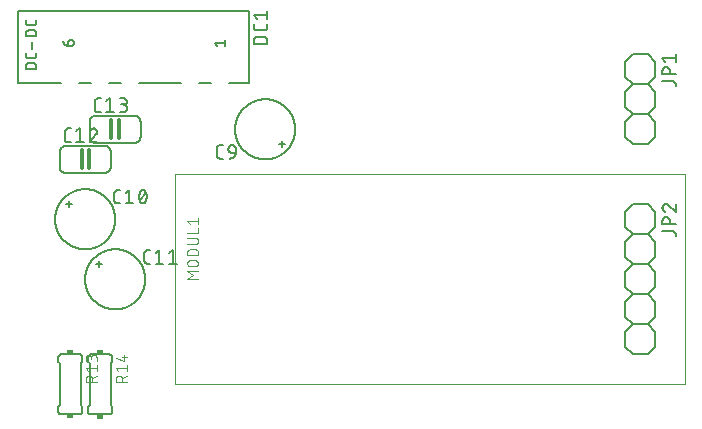
<source format=gbr>
G04 EAGLE Gerber RS-274X export*
G75*
%MOMM*%
%FSLAX34Y34*%
%LPD*%
%INSilkscreen Top*%
%IPPOS*%
%AMOC8*
5,1,8,0,0,1.08239X$1,22.5*%
G01*
%ADD10C,0.152400*%
%ADD11C,0.127000*%
%ADD12C,0.304800*%
%ADD13R,0.508000X0.381000*%
%ADD14C,0.101600*%
%ADD15C,0.000000*%
%ADD16C,0.076200*%


D10*
X252730Y395036D02*
X252730Y455996D01*
X57150Y455996D01*
X57150Y395036D01*
X93980Y395036D01*
X236220Y395036D02*
X252730Y395036D01*
X144780Y395036D02*
X134620Y395036D01*
X160020Y395036D02*
X195580Y395036D01*
X210820Y395036D02*
X220980Y395036D01*
X119380Y395036D02*
X109220Y395036D01*
D11*
X73025Y406639D02*
X64135Y406639D01*
X64135Y409108D01*
X64137Y409205D01*
X64143Y409302D01*
X64152Y409398D01*
X64165Y409494D01*
X64182Y409590D01*
X64203Y409684D01*
X64228Y409778D01*
X64256Y409871D01*
X64288Y409963D01*
X64323Y410053D01*
X64362Y410142D01*
X64404Y410229D01*
X64450Y410314D01*
X64499Y410398D01*
X64551Y410480D01*
X64607Y410559D01*
X64665Y410637D01*
X64727Y410711D01*
X64791Y410784D01*
X64858Y410854D01*
X64928Y410921D01*
X65001Y410985D01*
X65075Y411047D01*
X65153Y411105D01*
X65232Y411161D01*
X65314Y411213D01*
X65398Y411262D01*
X65483Y411308D01*
X65570Y411350D01*
X65659Y411389D01*
X65749Y411424D01*
X65841Y411456D01*
X65934Y411484D01*
X66028Y411509D01*
X66122Y411530D01*
X66218Y411547D01*
X66314Y411560D01*
X66410Y411569D01*
X66507Y411575D01*
X66604Y411577D01*
X70556Y411577D01*
X70653Y411575D01*
X70750Y411569D01*
X70846Y411560D01*
X70942Y411547D01*
X71038Y411530D01*
X71132Y411509D01*
X71226Y411484D01*
X71319Y411456D01*
X71411Y411424D01*
X71501Y411389D01*
X71590Y411350D01*
X71677Y411308D01*
X71762Y411262D01*
X71846Y411213D01*
X71928Y411161D01*
X72007Y411105D01*
X72085Y411047D01*
X72159Y410985D01*
X72232Y410921D01*
X72302Y410854D01*
X72369Y410784D01*
X72433Y410711D01*
X72495Y410637D01*
X72553Y410559D01*
X72609Y410480D01*
X72661Y410398D01*
X72710Y410314D01*
X72756Y410229D01*
X72798Y410142D01*
X72837Y410053D01*
X72872Y409963D01*
X72904Y409871D01*
X72932Y409778D01*
X72957Y409684D01*
X72978Y409590D01*
X72995Y409494D01*
X73008Y409398D01*
X73017Y409302D01*
X73023Y409205D01*
X73025Y409108D01*
X73025Y406639D01*
X73025Y418029D02*
X73025Y420004D01*
X73025Y418029D02*
X73023Y417940D01*
X73017Y417852D01*
X73007Y417764D01*
X72993Y417676D01*
X72975Y417589D01*
X72954Y417503D01*
X72928Y417418D01*
X72899Y417335D01*
X72866Y417252D01*
X72829Y417172D01*
X72789Y417093D01*
X72745Y417016D01*
X72698Y416940D01*
X72648Y416868D01*
X72594Y416797D01*
X72537Y416729D01*
X72477Y416663D01*
X72415Y416601D01*
X72349Y416541D01*
X72281Y416484D01*
X72210Y416430D01*
X72138Y416380D01*
X72063Y416333D01*
X71985Y416289D01*
X71906Y416249D01*
X71826Y416212D01*
X71743Y416179D01*
X71660Y416150D01*
X71575Y416124D01*
X71489Y416103D01*
X71402Y416085D01*
X71314Y416071D01*
X71226Y416061D01*
X71138Y416055D01*
X71049Y416053D01*
X66111Y416053D01*
X66022Y416055D01*
X65934Y416061D01*
X65846Y416071D01*
X65758Y416085D01*
X65671Y416103D01*
X65585Y416124D01*
X65500Y416150D01*
X65417Y416179D01*
X65334Y416212D01*
X65254Y416249D01*
X65175Y416289D01*
X65098Y416333D01*
X65022Y416380D01*
X64950Y416430D01*
X64879Y416484D01*
X64811Y416541D01*
X64745Y416601D01*
X64683Y416663D01*
X64623Y416729D01*
X64566Y416797D01*
X64512Y416868D01*
X64462Y416940D01*
X64415Y417015D01*
X64371Y417093D01*
X64331Y417172D01*
X64294Y417252D01*
X64261Y417335D01*
X64232Y417418D01*
X64206Y417503D01*
X64185Y417589D01*
X64167Y417676D01*
X64153Y417764D01*
X64143Y417852D01*
X64137Y417940D01*
X64135Y418029D01*
X64135Y420004D01*
X69568Y423823D02*
X69568Y429750D01*
X73025Y434375D02*
X64135Y434375D01*
X64135Y436845D01*
X64137Y436942D01*
X64143Y437039D01*
X64152Y437135D01*
X64165Y437231D01*
X64182Y437327D01*
X64203Y437421D01*
X64228Y437515D01*
X64256Y437608D01*
X64288Y437700D01*
X64323Y437790D01*
X64362Y437879D01*
X64404Y437966D01*
X64450Y438051D01*
X64499Y438135D01*
X64551Y438217D01*
X64607Y438296D01*
X64665Y438374D01*
X64727Y438448D01*
X64791Y438521D01*
X64858Y438591D01*
X64928Y438658D01*
X65001Y438722D01*
X65075Y438784D01*
X65153Y438842D01*
X65232Y438898D01*
X65314Y438950D01*
X65398Y438999D01*
X65483Y439045D01*
X65570Y439087D01*
X65659Y439126D01*
X65749Y439161D01*
X65841Y439193D01*
X65934Y439221D01*
X66028Y439246D01*
X66122Y439267D01*
X66218Y439284D01*
X66314Y439297D01*
X66410Y439306D01*
X66507Y439312D01*
X66604Y439314D01*
X70556Y439314D01*
X70653Y439312D01*
X70750Y439306D01*
X70846Y439297D01*
X70942Y439284D01*
X71038Y439267D01*
X71132Y439246D01*
X71226Y439221D01*
X71319Y439193D01*
X71411Y439161D01*
X71501Y439126D01*
X71590Y439087D01*
X71677Y439045D01*
X71762Y438999D01*
X71846Y438950D01*
X71928Y438898D01*
X72007Y438842D01*
X72085Y438784D01*
X72159Y438722D01*
X72232Y438658D01*
X72302Y438591D01*
X72369Y438521D01*
X72433Y438448D01*
X72495Y438374D01*
X72553Y438296D01*
X72609Y438217D01*
X72661Y438135D01*
X72710Y438051D01*
X72756Y437966D01*
X72798Y437879D01*
X72837Y437790D01*
X72872Y437700D01*
X72904Y437608D01*
X72932Y437515D01*
X72957Y437421D01*
X72978Y437327D01*
X72995Y437231D01*
X73008Y437135D01*
X73017Y437039D01*
X73023Y436942D01*
X73025Y436845D01*
X73025Y434375D01*
X73025Y445765D02*
X73025Y447741D01*
X73025Y445765D02*
X73023Y445676D01*
X73017Y445588D01*
X73007Y445500D01*
X72993Y445412D01*
X72975Y445325D01*
X72954Y445239D01*
X72928Y445154D01*
X72899Y445071D01*
X72866Y444988D01*
X72829Y444908D01*
X72789Y444829D01*
X72745Y444752D01*
X72698Y444676D01*
X72648Y444604D01*
X72594Y444533D01*
X72537Y444465D01*
X72477Y444399D01*
X72415Y444337D01*
X72349Y444277D01*
X72281Y444220D01*
X72210Y444166D01*
X72138Y444116D01*
X72063Y444069D01*
X71985Y444025D01*
X71906Y443985D01*
X71826Y443948D01*
X71743Y443915D01*
X71660Y443886D01*
X71575Y443860D01*
X71489Y443839D01*
X71402Y443821D01*
X71314Y443807D01*
X71226Y443797D01*
X71138Y443791D01*
X71049Y443789D01*
X71049Y443790D02*
X66111Y443790D01*
X66111Y443789D02*
X66022Y443791D01*
X65934Y443797D01*
X65846Y443807D01*
X65758Y443821D01*
X65671Y443839D01*
X65585Y443860D01*
X65500Y443886D01*
X65417Y443915D01*
X65334Y443948D01*
X65254Y443985D01*
X65175Y444025D01*
X65098Y444069D01*
X65022Y444116D01*
X64950Y444166D01*
X64879Y444220D01*
X64811Y444277D01*
X64745Y444337D01*
X64683Y444399D01*
X64623Y444465D01*
X64566Y444533D01*
X64512Y444604D01*
X64462Y444676D01*
X64415Y444751D01*
X64371Y444829D01*
X64331Y444908D01*
X64294Y444988D01*
X64261Y445071D01*
X64232Y445154D01*
X64206Y445239D01*
X64185Y445325D01*
X64167Y445412D01*
X64153Y445500D01*
X64143Y445588D01*
X64137Y445676D01*
X64135Y445765D01*
X64135Y447741D01*
X224155Y428762D02*
X226131Y426292D01*
X224155Y428762D02*
X233045Y428762D01*
X233045Y431231D02*
X233045Y426292D01*
X99836Y426292D02*
X99836Y429255D01*
X99838Y429341D01*
X99844Y429427D01*
X99853Y429513D01*
X99866Y429598D01*
X99883Y429683D01*
X99903Y429766D01*
X99927Y429849D01*
X99955Y429931D01*
X99986Y430011D01*
X100021Y430090D01*
X100059Y430167D01*
X100101Y430243D01*
X100145Y430317D01*
X100193Y430388D01*
X100244Y430458D01*
X100298Y430525D01*
X100355Y430590D01*
X100415Y430652D01*
X100477Y430712D01*
X100542Y430769D01*
X100609Y430823D01*
X100679Y430874D01*
X100750Y430922D01*
X100824Y430966D01*
X100900Y431008D01*
X100977Y431046D01*
X101056Y431081D01*
X101136Y431112D01*
X101218Y431140D01*
X101301Y431164D01*
X101384Y431184D01*
X101469Y431201D01*
X101554Y431214D01*
X101640Y431223D01*
X101726Y431229D01*
X101812Y431231D01*
X102306Y431231D01*
X102404Y431229D01*
X102502Y431223D01*
X102600Y431213D01*
X102697Y431200D01*
X102794Y431182D01*
X102890Y431161D01*
X102984Y431136D01*
X103078Y431107D01*
X103171Y431075D01*
X103262Y431038D01*
X103352Y430999D01*
X103440Y430955D01*
X103526Y430908D01*
X103611Y430858D01*
X103693Y430805D01*
X103773Y430748D01*
X103851Y430688D01*
X103926Y430625D01*
X103999Y430559D01*
X104069Y430490D01*
X104136Y430419D01*
X104201Y430345D01*
X104262Y430268D01*
X104321Y430189D01*
X104376Y430108D01*
X104428Y430025D01*
X104476Y429939D01*
X104521Y429852D01*
X104563Y429763D01*
X104601Y429673D01*
X104635Y429581D01*
X104666Y429488D01*
X104693Y429393D01*
X104716Y429298D01*
X104736Y429201D01*
X104751Y429105D01*
X104763Y429007D01*
X104771Y428909D01*
X104775Y428811D01*
X104775Y428713D01*
X104771Y428615D01*
X104763Y428517D01*
X104751Y428419D01*
X104736Y428323D01*
X104716Y428226D01*
X104693Y428131D01*
X104666Y428036D01*
X104635Y427943D01*
X104601Y427851D01*
X104563Y427761D01*
X104521Y427672D01*
X104476Y427585D01*
X104428Y427499D01*
X104376Y427416D01*
X104321Y427335D01*
X104262Y427256D01*
X104201Y427179D01*
X104136Y427105D01*
X104069Y427034D01*
X103999Y426965D01*
X103926Y426899D01*
X103851Y426836D01*
X103773Y426776D01*
X103693Y426719D01*
X103611Y426666D01*
X103526Y426616D01*
X103440Y426569D01*
X103352Y426525D01*
X103262Y426486D01*
X103171Y426449D01*
X103078Y426417D01*
X102984Y426388D01*
X102890Y426363D01*
X102794Y426342D01*
X102697Y426324D01*
X102600Y426311D01*
X102502Y426301D01*
X102404Y426295D01*
X102306Y426293D01*
X102306Y426292D02*
X99836Y426292D01*
X99712Y426294D01*
X99588Y426300D01*
X99464Y426310D01*
X99341Y426323D01*
X99218Y426341D01*
X99096Y426362D01*
X98974Y426387D01*
X98853Y426416D01*
X98734Y426449D01*
X98615Y426485D01*
X98498Y426526D01*
X98382Y426569D01*
X98267Y426617D01*
X98154Y426668D01*
X98042Y426723D01*
X97933Y426781D01*
X97825Y426842D01*
X97719Y426907D01*
X97615Y426975D01*
X97514Y427047D01*
X97414Y427121D01*
X97318Y427199D01*
X97223Y427279D01*
X97131Y427363D01*
X97042Y427449D01*
X96956Y427538D01*
X96872Y427630D01*
X96792Y427725D01*
X96714Y427821D01*
X96640Y427921D01*
X96568Y428022D01*
X96500Y428126D01*
X96435Y428232D01*
X96374Y428340D01*
X96316Y428449D01*
X96261Y428561D01*
X96210Y428674D01*
X96162Y428789D01*
X96119Y428905D01*
X96078Y429022D01*
X96042Y429141D01*
X96009Y429260D01*
X95980Y429381D01*
X95955Y429503D01*
X95934Y429625D01*
X95916Y429748D01*
X95903Y429871D01*
X95893Y429995D01*
X95887Y430119D01*
X95885Y430243D01*
X257175Y427675D02*
X268605Y427675D01*
X257175Y427675D02*
X257175Y430850D01*
X257177Y430961D01*
X257183Y431071D01*
X257192Y431182D01*
X257206Y431292D01*
X257223Y431401D01*
X257244Y431510D01*
X257269Y431618D01*
X257298Y431725D01*
X257330Y431831D01*
X257366Y431936D01*
X257406Y432039D01*
X257449Y432141D01*
X257496Y432242D01*
X257547Y432341D01*
X257600Y432438D01*
X257657Y432532D01*
X257718Y432625D01*
X257781Y432716D01*
X257848Y432805D01*
X257918Y432891D01*
X257991Y432974D01*
X258066Y433056D01*
X258144Y433134D01*
X258226Y433209D01*
X258309Y433282D01*
X258395Y433352D01*
X258484Y433419D01*
X258575Y433482D01*
X258668Y433543D01*
X258763Y433600D01*
X258859Y433653D01*
X258958Y433704D01*
X259059Y433751D01*
X259161Y433794D01*
X259264Y433834D01*
X259369Y433870D01*
X259475Y433902D01*
X259582Y433931D01*
X259690Y433956D01*
X259799Y433977D01*
X259908Y433994D01*
X260018Y434008D01*
X260129Y434017D01*
X260239Y434023D01*
X260350Y434025D01*
X265430Y434025D01*
X265541Y434023D01*
X265651Y434017D01*
X265762Y434008D01*
X265872Y433994D01*
X265981Y433977D01*
X266090Y433956D01*
X266198Y433931D01*
X266305Y433902D01*
X266411Y433870D01*
X266516Y433834D01*
X266619Y433794D01*
X266721Y433751D01*
X266822Y433704D01*
X266921Y433653D01*
X267018Y433600D01*
X267112Y433543D01*
X267205Y433482D01*
X267296Y433419D01*
X267385Y433352D01*
X267471Y433282D01*
X267554Y433209D01*
X267636Y433134D01*
X267714Y433056D01*
X267789Y432974D01*
X267862Y432891D01*
X267932Y432805D01*
X267999Y432716D01*
X268062Y432625D01*
X268123Y432532D01*
X268180Y432438D01*
X268233Y432341D01*
X268284Y432242D01*
X268331Y432141D01*
X268374Y432039D01*
X268414Y431936D01*
X268450Y431831D01*
X268482Y431725D01*
X268511Y431618D01*
X268536Y431510D01*
X268557Y431401D01*
X268574Y431292D01*
X268588Y431182D01*
X268597Y431071D01*
X268603Y430961D01*
X268605Y430850D01*
X268605Y427675D01*
X268605Y441989D02*
X268605Y444529D01*
X268605Y441989D02*
X268603Y441889D01*
X268597Y441790D01*
X268587Y441690D01*
X268574Y441592D01*
X268556Y441493D01*
X268535Y441396D01*
X268510Y441300D01*
X268481Y441204D01*
X268448Y441110D01*
X268412Y441017D01*
X268372Y440926D01*
X268328Y440836D01*
X268281Y440748D01*
X268231Y440662D01*
X268177Y440578D01*
X268120Y440496D01*
X268060Y440417D01*
X267996Y440339D01*
X267930Y440265D01*
X267861Y440193D01*
X267789Y440124D01*
X267715Y440058D01*
X267637Y439994D01*
X267558Y439934D01*
X267476Y439877D01*
X267392Y439823D01*
X267306Y439773D01*
X267218Y439726D01*
X267128Y439682D01*
X267037Y439642D01*
X266944Y439606D01*
X266850Y439573D01*
X266754Y439544D01*
X266658Y439519D01*
X266561Y439498D01*
X266462Y439480D01*
X266364Y439467D01*
X266264Y439457D01*
X266165Y439451D01*
X266065Y439449D01*
X259715Y439449D01*
X259615Y439451D01*
X259516Y439457D01*
X259416Y439467D01*
X259318Y439480D01*
X259219Y439498D01*
X259122Y439519D01*
X259026Y439544D01*
X258930Y439573D01*
X258836Y439606D01*
X258743Y439642D01*
X258652Y439682D01*
X258562Y439726D01*
X258474Y439773D01*
X258388Y439823D01*
X258304Y439877D01*
X258222Y439934D01*
X258143Y439994D01*
X258065Y440058D01*
X257991Y440124D01*
X257919Y440193D01*
X257850Y440265D01*
X257784Y440339D01*
X257720Y440417D01*
X257660Y440496D01*
X257603Y440578D01*
X257549Y440662D01*
X257499Y440748D01*
X257452Y440836D01*
X257408Y440926D01*
X257368Y441017D01*
X257332Y441110D01*
X257299Y441204D01*
X257270Y441300D01*
X257245Y441396D01*
X257224Y441493D01*
X257206Y441592D01*
X257193Y441690D01*
X257183Y441790D01*
X257177Y441889D01*
X257175Y441989D01*
X257175Y444529D01*
X259715Y449011D02*
X257175Y452186D01*
X268605Y452186D01*
X268605Y449011D02*
X268605Y455361D01*
D10*
X280670Y342834D02*
X283210Y342834D01*
X280670Y342834D02*
X280670Y345374D01*
X280670Y342834D02*
X278130Y342834D01*
X280670Y342834D02*
X280670Y340294D01*
X241300Y355534D02*
X241308Y356157D01*
X241331Y356780D01*
X241369Y357403D01*
X241422Y358024D01*
X241491Y358643D01*
X241575Y359261D01*
X241674Y359876D01*
X241788Y360489D01*
X241917Y361099D01*
X242061Y361706D01*
X242220Y362309D01*
X242394Y362907D01*
X242582Y363502D01*
X242785Y364091D01*
X243002Y364675D01*
X243233Y365254D01*
X243479Y365827D01*
X243739Y366394D01*
X244012Y366954D01*
X244299Y367507D01*
X244600Y368054D01*
X244914Y368592D01*
X245241Y369123D01*
X245581Y369645D01*
X245933Y370160D01*
X246299Y370665D01*
X246676Y371161D01*
X247066Y371648D01*
X247467Y372125D01*
X247880Y372592D01*
X248304Y373048D01*
X248739Y373495D01*
X249186Y373930D01*
X249642Y374354D01*
X250109Y374767D01*
X250586Y375168D01*
X251073Y375558D01*
X251569Y375935D01*
X252074Y376301D01*
X252589Y376653D01*
X253111Y376993D01*
X253642Y377320D01*
X254180Y377634D01*
X254727Y377935D01*
X255280Y378222D01*
X255840Y378495D01*
X256407Y378755D01*
X256980Y379001D01*
X257559Y379232D01*
X258143Y379449D01*
X258732Y379652D01*
X259327Y379840D01*
X259925Y380014D01*
X260528Y380173D01*
X261135Y380317D01*
X261745Y380446D01*
X262358Y380560D01*
X262973Y380659D01*
X263591Y380743D01*
X264210Y380812D01*
X264831Y380865D01*
X265454Y380903D01*
X266077Y380926D01*
X266700Y380934D01*
X267323Y380926D01*
X267946Y380903D01*
X268569Y380865D01*
X269190Y380812D01*
X269809Y380743D01*
X270427Y380659D01*
X271042Y380560D01*
X271655Y380446D01*
X272265Y380317D01*
X272872Y380173D01*
X273475Y380014D01*
X274073Y379840D01*
X274668Y379652D01*
X275257Y379449D01*
X275841Y379232D01*
X276420Y379001D01*
X276993Y378755D01*
X277560Y378495D01*
X278120Y378222D01*
X278673Y377935D01*
X279220Y377634D01*
X279758Y377320D01*
X280289Y376993D01*
X280811Y376653D01*
X281326Y376301D01*
X281831Y375935D01*
X282327Y375558D01*
X282814Y375168D01*
X283291Y374767D01*
X283758Y374354D01*
X284214Y373930D01*
X284661Y373495D01*
X285096Y373048D01*
X285520Y372592D01*
X285933Y372125D01*
X286334Y371648D01*
X286724Y371161D01*
X287101Y370665D01*
X287467Y370160D01*
X287819Y369645D01*
X288159Y369123D01*
X288486Y368592D01*
X288800Y368054D01*
X289101Y367507D01*
X289388Y366954D01*
X289661Y366394D01*
X289921Y365827D01*
X290167Y365254D01*
X290398Y364675D01*
X290615Y364091D01*
X290818Y363502D01*
X291006Y362907D01*
X291180Y362309D01*
X291339Y361706D01*
X291483Y361099D01*
X291612Y360489D01*
X291726Y359876D01*
X291825Y359261D01*
X291909Y358643D01*
X291978Y358024D01*
X292031Y357403D01*
X292069Y356780D01*
X292092Y356157D01*
X292100Y355534D01*
X292092Y354911D01*
X292069Y354288D01*
X292031Y353665D01*
X291978Y353044D01*
X291909Y352425D01*
X291825Y351807D01*
X291726Y351192D01*
X291612Y350579D01*
X291483Y349969D01*
X291339Y349362D01*
X291180Y348759D01*
X291006Y348161D01*
X290818Y347566D01*
X290615Y346977D01*
X290398Y346393D01*
X290167Y345814D01*
X289921Y345241D01*
X289661Y344674D01*
X289388Y344114D01*
X289101Y343561D01*
X288800Y343014D01*
X288486Y342476D01*
X288159Y341945D01*
X287819Y341423D01*
X287467Y340908D01*
X287101Y340403D01*
X286724Y339907D01*
X286334Y339420D01*
X285933Y338943D01*
X285520Y338476D01*
X285096Y338020D01*
X284661Y337573D01*
X284214Y337138D01*
X283758Y336714D01*
X283291Y336301D01*
X282814Y335900D01*
X282327Y335510D01*
X281831Y335133D01*
X281326Y334767D01*
X280811Y334415D01*
X280289Y334075D01*
X279758Y333748D01*
X279220Y333434D01*
X278673Y333133D01*
X278120Y332846D01*
X277560Y332573D01*
X276993Y332313D01*
X276420Y332067D01*
X275841Y331836D01*
X275257Y331619D01*
X274668Y331416D01*
X274073Y331228D01*
X273475Y331054D01*
X272872Y330895D01*
X272265Y330751D01*
X271655Y330622D01*
X271042Y330508D01*
X270427Y330409D01*
X269809Y330325D01*
X269190Y330256D01*
X268569Y330203D01*
X267946Y330165D01*
X267323Y330142D01*
X266700Y330134D01*
X266077Y330142D01*
X265454Y330165D01*
X264831Y330203D01*
X264210Y330256D01*
X263591Y330325D01*
X262973Y330409D01*
X262358Y330508D01*
X261745Y330622D01*
X261135Y330751D01*
X260528Y330895D01*
X259925Y331054D01*
X259327Y331228D01*
X258732Y331416D01*
X258143Y331619D01*
X257559Y331836D01*
X256980Y332067D01*
X256407Y332313D01*
X255840Y332573D01*
X255280Y332846D01*
X254727Y333133D01*
X254180Y333434D01*
X253642Y333748D01*
X253111Y334075D01*
X252589Y334415D01*
X252074Y334767D01*
X251569Y335133D01*
X251073Y335510D01*
X250586Y335900D01*
X250109Y336301D01*
X249642Y336714D01*
X249186Y337138D01*
X248739Y337573D01*
X248304Y338020D01*
X247880Y338476D01*
X247467Y338943D01*
X247066Y339420D01*
X246676Y339907D01*
X246299Y340403D01*
X245933Y340908D01*
X245581Y341423D01*
X245241Y341945D01*
X244914Y342476D01*
X244600Y343014D01*
X244299Y343561D01*
X244012Y344114D01*
X243739Y344674D01*
X243479Y345241D01*
X243233Y345814D01*
X243002Y346393D01*
X242785Y346977D01*
X242582Y347566D01*
X242394Y348161D01*
X242220Y348759D01*
X242061Y349362D01*
X241917Y349969D01*
X241788Y350579D01*
X241674Y351192D01*
X241575Y351807D01*
X241491Y352425D01*
X241422Y353044D01*
X241369Y353665D01*
X241331Y354288D01*
X241308Y354911D01*
X241300Y355534D01*
D11*
X231103Y330769D02*
X228563Y330769D01*
X228463Y330771D01*
X228364Y330777D01*
X228264Y330787D01*
X228166Y330800D01*
X228067Y330818D01*
X227970Y330839D01*
X227874Y330864D01*
X227778Y330893D01*
X227684Y330926D01*
X227591Y330962D01*
X227500Y331002D01*
X227410Y331046D01*
X227322Y331093D01*
X227236Y331143D01*
X227152Y331197D01*
X227070Y331254D01*
X226991Y331314D01*
X226913Y331378D01*
X226839Y331444D01*
X226767Y331513D01*
X226698Y331585D01*
X226632Y331659D01*
X226568Y331737D01*
X226508Y331816D01*
X226451Y331898D01*
X226397Y331982D01*
X226347Y332068D01*
X226300Y332156D01*
X226256Y332246D01*
X226216Y332337D01*
X226180Y332430D01*
X226147Y332524D01*
X226118Y332620D01*
X226093Y332716D01*
X226072Y332813D01*
X226054Y332912D01*
X226041Y333010D01*
X226031Y333110D01*
X226025Y333209D01*
X226023Y333309D01*
X226023Y339659D01*
X226025Y339759D01*
X226031Y339858D01*
X226041Y339958D01*
X226054Y340056D01*
X226072Y340155D01*
X226093Y340252D01*
X226118Y340348D01*
X226147Y340444D01*
X226180Y340538D01*
X226216Y340631D01*
X226256Y340722D01*
X226300Y340812D01*
X226347Y340900D01*
X226397Y340986D01*
X226451Y341070D01*
X226508Y341152D01*
X226568Y341231D01*
X226632Y341309D01*
X226698Y341383D01*
X226767Y341455D01*
X226839Y341524D01*
X226913Y341590D01*
X226991Y341654D01*
X227070Y341714D01*
X227152Y341771D01*
X227236Y341825D01*
X227322Y341875D01*
X227410Y341922D01*
X227500Y341966D01*
X227591Y342006D01*
X227684Y342042D01*
X227778Y342075D01*
X227874Y342104D01*
X227970Y342129D01*
X228067Y342150D01*
X228166Y342168D01*
X228264Y342181D01*
X228364Y342191D01*
X228463Y342197D01*
X228563Y342199D01*
X231103Y342199D01*
X238125Y335849D02*
X241935Y335849D01*
X238125Y335849D02*
X238025Y335851D01*
X237926Y335857D01*
X237826Y335867D01*
X237728Y335880D01*
X237629Y335898D01*
X237532Y335919D01*
X237436Y335944D01*
X237340Y335973D01*
X237246Y336006D01*
X237153Y336042D01*
X237062Y336082D01*
X236972Y336126D01*
X236884Y336173D01*
X236798Y336223D01*
X236714Y336277D01*
X236632Y336334D01*
X236553Y336394D01*
X236475Y336458D01*
X236401Y336524D01*
X236329Y336593D01*
X236260Y336665D01*
X236194Y336739D01*
X236130Y336817D01*
X236070Y336896D01*
X236013Y336978D01*
X235959Y337062D01*
X235909Y337148D01*
X235862Y337236D01*
X235818Y337326D01*
X235778Y337417D01*
X235742Y337510D01*
X235709Y337604D01*
X235680Y337700D01*
X235655Y337796D01*
X235634Y337893D01*
X235616Y337992D01*
X235603Y338090D01*
X235593Y338190D01*
X235587Y338289D01*
X235585Y338389D01*
X235585Y339024D01*
X235587Y339135D01*
X235593Y339245D01*
X235602Y339356D01*
X235616Y339466D01*
X235633Y339575D01*
X235654Y339684D01*
X235679Y339792D01*
X235708Y339899D01*
X235740Y340005D01*
X235776Y340110D01*
X235816Y340213D01*
X235859Y340315D01*
X235906Y340416D01*
X235957Y340515D01*
X236010Y340612D01*
X236067Y340706D01*
X236128Y340799D01*
X236191Y340890D01*
X236258Y340979D01*
X236328Y341065D01*
X236401Y341148D01*
X236476Y341230D01*
X236554Y341308D01*
X236636Y341383D01*
X236719Y341456D01*
X236805Y341526D01*
X236894Y341593D01*
X236985Y341656D01*
X237078Y341717D01*
X237173Y341774D01*
X237269Y341827D01*
X237368Y341878D01*
X237469Y341925D01*
X237571Y341968D01*
X237674Y342008D01*
X237779Y342044D01*
X237885Y342076D01*
X237992Y342105D01*
X238100Y342130D01*
X238209Y342151D01*
X238318Y342168D01*
X238428Y342182D01*
X238539Y342191D01*
X238649Y342197D01*
X238760Y342199D01*
X238871Y342197D01*
X238981Y342191D01*
X239092Y342182D01*
X239202Y342168D01*
X239311Y342151D01*
X239420Y342130D01*
X239528Y342105D01*
X239635Y342076D01*
X239741Y342044D01*
X239846Y342008D01*
X239949Y341968D01*
X240051Y341925D01*
X240152Y341878D01*
X240251Y341827D01*
X240348Y341774D01*
X240442Y341717D01*
X240535Y341656D01*
X240626Y341593D01*
X240715Y341526D01*
X240801Y341456D01*
X240884Y341383D01*
X240966Y341308D01*
X241044Y341230D01*
X241119Y341148D01*
X241192Y341065D01*
X241262Y340979D01*
X241329Y340890D01*
X241392Y340799D01*
X241453Y340706D01*
X241510Y340612D01*
X241563Y340515D01*
X241614Y340416D01*
X241661Y340315D01*
X241704Y340213D01*
X241744Y340110D01*
X241780Y340005D01*
X241812Y339899D01*
X241841Y339792D01*
X241866Y339684D01*
X241887Y339575D01*
X241904Y339466D01*
X241918Y339356D01*
X241927Y339245D01*
X241933Y339135D01*
X241935Y339024D01*
X241935Y335849D01*
X241933Y335709D01*
X241927Y335569D01*
X241918Y335429D01*
X241904Y335290D01*
X241887Y335151D01*
X241866Y335013D01*
X241841Y334875D01*
X241812Y334738D01*
X241780Y334602D01*
X241743Y334467D01*
X241703Y334333D01*
X241660Y334200D01*
X241612Y334068D01*
X241562Y333937D01*
X241507Y333808D01*
X241449Y333681D01*
X241388Y333555D01*
X241323Y333431D01*
X241254Y333309D01*
X241183Y333189D01*
X241108Y333071D01*
X241030Y332954D01*
X240948Y332840D01*
X240864Y332729D01*
X240776Y332620D01*
X240686Y332513D01*
X240592Y332408D01*
X240496Y332307D01*
X240397Y332208D01*
X240296Y332112D01*
X240191Y332018D01*
X240084Y331928D01*
X239975Y331840D01*
X239864Y331756D01*
X239750Y331674D01*
X239633Y331596D01*
X239515Y331521D01*
X239395Y331450D01*
X239273Y331381D01*
X239149Y331316D01*
X239023Y331255D01*
X238896Y331197D01*
X238767Y331142D01*
X238636Y331092D01*
X238504Y331044D01*
X238371Y331001D01*
X238237Y330961D01*
X238102Y330924D01*
X237966Y330892D01*
X237829Y330863D01*
X237691Y330838D01*
X237553Y330817D01*
X237414Y330800D01*
X237275Y330786D01*
X237135Y330777D01*
X236995Y330771D01*
X236855Y330769D01*
D10*
X100330Y292166D02*
X97790Y292166D01*
X100330Y292166D02*
X100330Y289626D01*
X100330Y292166D02*
X102870Y292166D01*
X100330Y292166D02*
X100330Y294706D01*
X88900Y279466D02*
X88908Y280089D01*
X88931Y280712D01*
X88969Y281335D01*
X89022Y281956D01*
X89091Y282575D01*
X89175Y283193D01*
X89274Y283808D01*
X89388Y284421D01*
X89517Y285031D01*
X89661Y285638D01*
X89820Y286241D01*
X89994Y286839D01*
X90182Y287434D01*
X90385Y288023D01*
X90602Y288607D01*
X90833Y289186D01*
X91079Y289759D01*
X91339Y290326D01*
X91612Y290886D01*
X91899Y291439D01*
X92200Y291986D01*
X92514Y292524D01*
X92841Y293055D01*
X93181Y293577D01*
X93533Y294092D01*
X93899Y294597D01*
X94276Y295093D01*
X94666Y295580D01*
X95067Y296057D01*
X95480Y296524D01*
X95904Y296980D01*
X96339Y297427D01*
X96786Y297862D01*
X97242Y298286D01*
X97709Y298699D01*
X98186Y299100D01*
X98673Y299490D01*
X99169Y299867D01*
X99674Y300233D01*
X100189Y300585D01*
X100711Y300925D01*
X101242Y301252D01*
X101780Y301566D01*
X102327Y301867D01*
X102880Y302154D01*
X103440Y302427D01*
X104007Y302687D01*
X104580Y302933D01*
X105159Y303164D01*
X105743Y303381D01*
X106332Y303584D01*
X106927Y303772D01*
X107525Y303946D01*
X108128Y304105D01*
X108735Y304249D01*
X109345Y304378D01*
X109958Y304492D01*
X110573Y304591D01*
X111191Y304675D01*
X111810Y304744D01*
X112431Y304797D01*
X113054Y304835D01*
X113677Y304858D01*
X114300Y304866D01*
X114923Y304858D01*
X115546Y304835D01*
X116169Y304797D01*
X116790Y304744D01*
X117409Y304675D01*
X118027Y304591D01*
X118642Y304492D01*
X119255Y304378D01*
X119865Y304249D01*
X120472Y304105D01*
X121075Y303946D01*
X121673Y303772D01*
X122268Y303584D01*
X122857Y303381D01*
X123441Y303164D01*
X124020Y302933D01*
X124593Y302687D01*
X125160Y302427D01*
X125720Y302154D01*
X126273Y301867D01*
X126820Y301566D01*
X127358Y301252D01*
X127889Y300925D01*
X128411Y300585D01*
X128926Y300233D01*
X129431Y299867D01*
X129927Y299490D01*
X130414Y299100D01*
X130891Y298699D01*
X131358Y298286D01*
X131814Y297862D01*
X132261Y297427D01*
X132696Y296980D01*
X133120Y296524D01*
X133533Y296057D01*
X133934Y295580D01*
X134324Y295093D01*
X134701Y294597D01*
X135067Y294092D01*
X135419Y293577D01*
X135759Y293055D01*
X136086Y292524D01*
X136400Y291986D01*
X136701Y291439D01*
X136988Y290886D01*
X137261Y290326D01*
X137521Y289759D01*
X137767Y289186D01*
X137998Y288607D01*
X138215Y288023D01*
X138418Y287434D01*
X138606Y286839D01*
X138780Y286241D01*
X138939Y285638D01*
X139083Y285031D01*
X139212Y284421D01*
X139326Y283808D01*
X139425Y283193D01*
X139509Y282575D01*
X139578Y281956D01*
X139631Y281335D01*
X139669Y280712D01*
X139692Y280089D01*
X139700Y279466D01*
X139692Y278843D01*
X139669Y278220D01*
X139631Y277597D01*
X139578Y276976D01*
X139509Y276357D01*
X139425Y275739D01*
X139326Y275124D01*
X139212Y274511D01*
X139083Y273901D01*
X138939Y273294D01*
X138780Y272691D01*
X138606Y272093D01*
X138418Y271498D01*
X138215Y270909D01*
X137998Y270325D01*
X137767Y269746D01*
X137521Y269173D01*
X137261Y268606D01*
X136988Y268046D01*
X136701Y267493D01*
X136400Y266946D01*
X136086Y266408D01*
X135759Y265877D01*
X135419Y265355D01*
X135067Y264840D01*
X134701Y264335D01*
X134324Y263839D01*
X133934Y263352D01*
X133533Y262875D01*
X133120Y262408D01*
X132696Y261952D01*
X132261Y261505D01*
X131814Y261070D01*
X131358Y260646D01*
X130891Y260233D01*
X130414Y259832D01*
X129927Y259442D01*
X129431Y259065D01*
X128926Y258699D01*
X128411Y258347D01*
X127889Y258007D01*
X127358Y257680D01*
X126820Y257366D01*
X126273Y257065D01*
X125720Y256778D01*
X125160Y256505D01*
X124593Y256245D01*
X124020Y255999D01*
X123441Y255768D01*
X122857Y255551D01*
X122268Y255348D01*
X121673Y255160D01*
X121075Y254986D01*
X120472Y254827D01*
X119865Y254683D01*
X119255Y254554D01*
X118642Y254440D01*
X118027Y254341D01*
X117409Y254257D01*
X116790Y254188D01*
X116169Y254135D01*
X115546Y254097D01*
X114923Y254074D01*
X114300Y254066D01*
X113677Y254074D01*
X113054Y254097D01*
X112431Y254135D01*
X111810Y254188D01*
X111191Y254257D01*
X110573Y254341D01*
X109958Y254440D01*
X109345Y254554D01*
X108735Y254683D01*
X108128Y254827D01*
X107525Y254986D01*
X106927Y255160D01*
X106332Y255348D01*
X105743Y255551D01*
X105159Y255768D01*
X104580Y255999D01*
X104007Y256245D01*
X103440Y256505D01*
X102880Y256778D01*
X102327Y257065D01*
X101780Y257366D01*
X101242Y257680D01*
X100711Y258007D01*
X100189Y258347D01*
X99674Y258699D01*
X99169Y259065D01*
X98673Y259442D01*
X98186Y259832D01*
X97709Y260233D01*
X97242Y260646D01*
X96786Y261070D01*
X96339Y261505D01*
X95904Y261952D01*
X95480Y262408D01*
X95067Y262875D01*
X94666Y263352D01*
X94276Y263839D01*
X93899Y264335D01*
X93533Y264840D01*
X93181Y265355D01*
X92841Y265877D01*
X92514Y266408D01*
X92200Y266946D01*
X91899Y267493D01*
X91612Y268046D01*
X91339Y268606D01*
X91079Y269173D01*
X90833Y269746D01*
X90602Y270325D01*
X90385Y270909D01*
X90182Y271498D01*
X89994Y272093D01*
X89820Y272691D01*
X89661Y273294D01*
X89517Y273901D01*
X89388Y274511D01*
X89274Y275124D01*
X89175Y275739D01*
X89091Y276357D01*
X89022Y276976D01*
X88969Y277597D01*
X88931Y278220D01*
X88908Y278843D01*
X88900Y279466D01*
D11*
X141605Y292801D02*
X144145Y292801D01*
X141605Y292801D02*
X141505Y292803D01*
X141406Y292809D01*
X141306Y292819D01*
X141208Y292832D01*
X141109Y292850D01*
X141012Y292871D01*
X140916Y292896D01*
X140820Y292925D01*
X140726Y292958D01*
X140633Y292994D01*
X140542Y293034D01*
X140452Y293078D01*
X140364Y293125D01*
X140278Y293175D01*
X140194Y293229D01*
X140112Y293286D01*
X140033Y293346D01*
X139955Y293410D01*
X139881Y293476D01*
X139809Y293545D01*
X139740Y293617D01*
X139674Y293691D01*
X139610Y293769D01*
X139550Y293848D01*
X139493Y293930D01*
X139439Y294014D01*
X139389Y294100D01*
X139342Y294188D01*
X139298Y294278D01*
X139258Y294369D01*
X139222Y294462D01*
X139189Y294556D01*
X139160Y294652D01*
X139135Y294748D01*
X139114Y294845D01*
X139096Y294944D01*
X139083Y295042D01*
X139073Y295142D01*
X139067Y295241D01*
X139065Y295341D01*
X139065Y301691D01*
X139067Y301791D01*
X139073Y301890D01*
X139083Y301990D01*
X139096Y302088D01*
X139114Y302187D01*
X139135Y302284D01*
X139160Y302380D01*
X139189Y302476D01*
X139222Y302570D01*
X139258Y302663D01*
X139298Y302754D01*
X139342Y302844D01*
X139389Y302932D01*
X139439Y303018D01*
X139493Y303102D01*
X139550Y303184D01*
X139610Y303263D01*
X139674Y303341D01*
X139740Y303415D01*
X139809Y303487D01*
X139881Y303556D01*
X139955Y303622D01*
X140033Y303686D01*
X140112Y303746D01*
X140194Y303803D01*
X140278Y303857D01*
X140364Y303907D01*
X140452Y303954D01*
X140542Y303998D01*
X140633Y304038D01*
X140726Y304074D01*
X140820Y304107D01*
X140916Y304136D01*
X141012Y304161D01*
X141109Y304182D01*
X141208Y304200D01*
X141306Y304213D01*
X141406Y304223D01*
X141505Y304229D01*
X141605Y304231D01*
X144145Y304231D01*
X148627Y301691D02*
X151802Y304231D01*
X151802Y292801D01*
X148627Y292801D02*
X154977Y292801D01*
X160058Y298516D02*
X160061Y298741D01*
X160069Y298966D01*
X160082Y299190D01*
X160101Y299414D01*
X160125Y299638D01*
X160154Y299861D01*
X160189Y300083D01*
X160229Y300304D01*
X160275Y300524D01*
X160325Y300743D01*
X160381Y300961D01*
X160442Y301178D01*
X160508Y301393D01*
X160579Y301606D01*
X160656Y301817D01*
X160737Y302027D01*
X160823Y302235D01*
X160914Y302440D01*
X161010Y302643D01*
X161009Y302644D02*
X161041Y302732D01*
X161077Y302819D01*
X161116Y302905D01*
X161159Y302989D01*
X161205Y303071D01*
X161254Y303151D01*
X161306Y303229D01*
X161362Y303305D01*
X161420Y303379D01*
X161482Y303450D01*
X161546Y303519D01*
X161613Y303585D01*
X161682Y303648D01*
X161754Y303709D01*
X161828Y303767D01*
X161905Y303821D01*
X161983Y303873D01*
X162064Y303921D01*
X162146Y303966D01*
X162231Y304008D01*
X162317Y304046D01*
X162404Y304081D01*
X162492Y304113D01*
X162582Y304140D01*
X162673Y304165D01*
X162765Y304185D01*
X162857Y304202D01*
X162951Y304215D01*
X163044Y304224D01*
X163138Y304230D01*
X163232Y304232D01*
X163326Y304230D01*
X163420Y304224D01*
X163513Y304215D01*
X163607Y304202D01*
X163699Y304185D01*
X163791Y304165D01*
X163882Y304140D01*
X163972Y304113D01*
X164060Y304081D01*
X164147Y304046D01*
X164233Y304008D01*
X164318Y303966D01*
X164400Y303921D01*
X164481Y303873D01*
X164559Y303821D01*
X164636Y303767D01*
X164710Y303709D01*
X164782Y303648D01*
X164851Y303585D01*
X164918Y303519D01*
X164982Y303450D01*
X165044Y303379D01*
X165102Y303305D01*
X165158Y303229D01*
X165210Y303151D01*
X165259Y303071D01*
X165305Y302989D01*
X165348Y302905D01*
X165387Y302819D01*
X165423Y302732D01*
X165455Y302644D01*
X165455Y302643D02*
X165551Y302440D01*
X165642Y302235D01*
X165728Y302027D01*
X165809Y301817D01*
X165886Y301606D01*
X165957Y301393D01*
X166023Y301178D01*
X166084Y300961D01*
X166140Y300743D01*
X166190Y300524D01*
X166236Y300304D01*
X166276Y300083D01*
X166311Y299861D01*
X166340Y299638D01*
X166364Y299414D01*
X166383Y299190D01*
X166396Y298966D01*
X166404Y298741D01*
X166407Y298516D01*
X160058Y298516D02*
X160061Y298291D01*
X160069Y298066D01*
X160082Y297842D01*
X160101Y297618D01*
X160125Y297394D01*
X160154Y297171D01*
X160189Y296949D01*
X160229Y296728D01*
X160275Y296508D01*
X160325Y296289D01*
X160381Y296071D01*
X160442Y295854D01*
X160508Y295639D01*
X160579Y295426D01*
X160656Y295215D01*
X160737Y295005D01*
X160823Y294797D01*
X160914Y294592D01*
X161010Y294389D01*
X161009Y294389D02*
X161041Y294301D01*
X161077Y294214D01*
X161116Y294128D01*
X161159Y294044D01*
X161205Y293962D01*
X161254Y293882D01*
X161306Y293804D01*
X161362Y293728D01*
X161420Y293654D01*
X161482Y293583D01*
X161546Y293514D01*
X161613Y293448D01*
X161682Y293385D01*
X161754Y293324D01*
X161828Y293266D01*
X161905Y293212D01*
X161983Y293160D01*
X162064Y293112D01*
X162146Y293067D01*
X162231Y293025D01*
X162317Y292987D01*
X162404Y292952D01*
X162492Y292920D01*
X162582Y292893D01*
X162673Y292868D01*
X162765Y292848D01*
X162857Y292831D01*
X162951Y292818D01*
X163044Y292809D01*
X163138Y292803D01*
X163232Y292801D01*
X165455Y294389D02*
X165551Y294592D01*
X165642Y294797D01*
X165728Y295005D01*
X165809Y295215D01*
X165886Y295426D01*
X165957Y295639D01*
X166023Y295854D01*
X166084Y296071D01*
X166140Y296289D01*
X166190Y296508D01*
X166236Y296728D01*
X166276Y296949D01*
X166311Y297171D01*
X166340Y297394D01*
X166364Y297618D01*
X166383Y297842D01*
X166396Y298066D01*
X166404Y298291D01*
X166407Y298516D01*
X165455Y294389D02*
X165423Y294301D01*
X165387Y294214D01*
X165348Y294128D01*
X165305Y294044D01*
X165259Y293962D01*
X165210Y293882D01*
X165158Y293804D01*
X165102Y293728D01*
X165044Y293654D01*
X164982Y293583D01*
X164918Y293514D01*
X164851Y293448D01*
X164782Y293385D01*
X164710Y293324D01*
X164636Y293266D01*
X164559Y293212D01*
X164481Y293160D01*
X164400Y293112D01*
X164318Y293067D01*
X164233Y293025D01*
X164147Y292987D01*
X164060Y292952D01*
X163972Y292920D01*
X163882Y292893D01*
X163791Y292868D01*
X163699Y292848D01*
X163607Y292831D01*
X163513Y292818D01*
X163420Y292809D01*
X163326Y292803D01*
X163232Y292801D01*
X160692Y295341D02*
X165772Y301691D01*
D10*
X125730Y241234D02*
X123190Y241234D01*
X125730Y241234D02*
X125730Y238694D01*
X125730Y241234D02*
X128270Y241234D01*
X125730Y241234D02*
X125730Y243774D01*
X114300Y228534D02*
X114308Y229157D01*
X114331Y229780D01*
X114369Y230403D01*
X114422Y231024D01*
X114491Y231643D01*
X114575Y232261D01*
X114674Y232876D01*
X114788Y233489D01*
X114917Y234099D01*
X115061Y234706D01*
X115220Y235309D01*
X115394Y235907D01*
X115582Y236502D01*
X115785Y237091D01*
X116002Y237675D01*
X116233Y238254D01*
X116479Y238827D01*
X116739Y239394D01*
X117012Y239954D01*
X117299Y240507D01*
X117600Y241054D01*
X117914Y241592D01*
X118241Y242123D01*
X118581Y242645D01*
X118933Y243160D01*
X119299Y243665D01*
X119676Y244161D01*
X120066Y244648D01*
X120467Y245125D01*
X120880Y245592D01*
X121304Y246048D01*
X121739Y246495D01*
X122186Y246930D01*
X122642Y247354D01*
X123109Y247767D01*
X123586Y248168D01*
X124073Y248558D01*
X124569Y248935D01*
X125074Y249301D01*
X125589Y249653D01*
X126111Y249993D01*
X126642Y250320D01*
X127180Y250634D01*
X127727Y250935D01*
X128280Y251222D01*
X128840Y251495D01*
X129407Y251755D01*
X129980Y252001D01*
X130559Y252232D01*
X131143Y252449D01*
X131732Y252652D01*
X132327Y252840D01*
X132925Y253014D01*
X133528Y253173D01*
X134135Y253317D01*
X134745Y253446D01*
X135358Y253560D01*
X135973Y253659D01*
X136591Y253743D01*
X137210Y253812D01*
X137831Y253865D01*
X138454Y253903D01*
X139077Y253926D01*
X139700Y253934D01*
X140323Y253926D01*
X140946Y253903D01*
X141569Y253865D01*
X142190Y253812D01*
X142809Y253743D01*
X143427Y253659D01*
X144042Y253560D01*
X144655Y253446D01*
X145265Y253317D01*
X145872Y253173D01*
X146475Y253014D01*
X147073Y252840D01*
X147668Y252652D01*
X148257Y252449D01*
X148841Y252232D01*
X149420Y252001D01*
X149993Y251755D01*
X150560Y251495D01*
X151120Y251222D01*
X151673Y250935D01*
X152220Y250634D01*
X152758Y250320D01*
X153289Y249993D01*
X153811Y249653D01*
X154326Y249301D01*
X154831Y248935D01*
X155327Y248558D01*
X155814Y248168D01*
X156291Y247767D01*
X156758Y247354D01*
X157214Y246930D01*
X157661Y246495D01*
X158096Y246048D01*
X158520Y245592D01*
X158933Y245125D01*
X159334Y244648D01*
X159724Y244161D01*
X160101Y243665D01*
X160467Y243160D01*
X160819Y242645D01*
X161159Y242123D01*
X161486Y241592D01*
X161800Y241054D01*
X162101Y240507D01*
X162388Y239954D01*
X162661Y239394D01*
X162921Y238827D01*
X163167Y238254D01*
X163398Y237675D01*
X163615Y237091D01*
X163818Y236502D01*
X164006Y235907D01*
X164180Y235309D01*
X164339Y234706D01*
X164483Y234099D01*
X164612Y233489D01*
X164726Y232876D01*
X164825Y232261D01*
X164909Y231643D01*
X164978Y231024D01*
X165031Y230403D01*
X165069Y229780D01*
X165092Y229157D01*
X165100Y228534D01*
X165092Y227911D01*
X165069Y227288D01*
X165031Y226665D01*
X164978Y226044D01*
X164909Y225425D01*
X164825Y224807D01*
X164726Y224192D01*
X164612Y223579D01*
X164483Y222969D01*
X164339Y222362D01*
X164180Y221759D01*
X164006Y221161D01*
X163818Y220566D01*
X163615Y219977D01*
X163398Y219393D01*
X163167Y218814D01*
X162921Y218241D01*
X162661Y217674D01*
X162388Y217114D01*
X162101Y216561D01*
X161800Y216014D01*
X161486Y215476D01*
X161159Y214945D01*
X160819Y214423D01*
X160467Y213908D01*
X160101Y213403D01*
X159724Y212907D01*
X159334Y212420D01*
X158933Y211943D01*
X158520Y211476D01*
X158096Y211020D01*
X157661Y210573D01*
X157214Y210138D01*
X156758Y209714D01*
X156291Y209301D01*
X155814Y208900D01*
X155327Y208510D01*
X154831Y208133D01*
X154326Y207767D01*
X153811Y207415D01*
X153289Y207075D01*
X152758Y206748D01*
X152220Y206434D01*
X151673Y206133D01*
X151120Y205846D01*
X150560Y205573D01*
X149993Y205313D01*
X149420Y205067D01*
X148841Y204836D01*
X148257Y204619D01*
X147668Y204416D01*
X147073Y204228D01*
X146475Y204054D01*
X145872Y203895D01*
X145265Y203751D01*
X144655Y203622D01*
X144042Y203508D01*
X143427Y203409D01*
X142809Y203325D01*
X142190Y203256D01*
X141569Y203203D01*
X140946Y203165D01*
X140323Y203142D01*
X139700Y203134D01*
X139077Y203142D01*
X138454Y203165D01*
X137831Y203203D01*
X137210Y203256D01*
X136591Y203325D01*
X135973Y203409D01*
X135358Y203508D01*
X134745Y203622D01*
X134135Y203751D01*
X133528Y203895D01*
X132925Y204054D01*
X132327Y204228D01*
X131732Y204416D01*
X131143Y204619D01*
X130559Y204836D01*
X129980Y205067D01*
X129407Y205313D01*
X128840Y205573D01*
X128280Y205846D01*
X127727Y206133D01*
X127180Y206434D01*
X126642Y206748D01*
X126111Y207075D01*
X125589Y207415D01*
X125074Y207767D01*
X124569Y208133D01*
X124073Y208510D01*
X123586Y208900D01*
X123109Y209301D01*
X122642Y209714D01*
X122186Y210138D01*
X121739Y210573D01*
X121304Y211020D01*
X120880Y211476D01*
X120467Y211943D01*
X120066Y212420D01*
X119676Y212907D01*
X119299Y213403D01*
X118933Y213908D01*
X118581Y214423D01*
X118241Y214945D01*
X117914Y215476D01*
X117600Y216014D01*
X117299Y216561D01*
X117012Y217114D01*
X116739Y217674D01*
X116479Y218241D01*
X116233Y218814D01*
X116002Y219393D01*
X115785Y219977D01*
X115582Y220566D01*
X115394Y221161D01*
X115220Y221759D01*
X115061Y222362D01*
X114917Y222969D01*
X114788Y223579D01*
X114674Y224192D01*
X114575Y224807D01*
X114491Y225425D01*
X114422Y226044D01*
X114369Y226665D01*
X114331Y227288D01*
X114308Y227911D01*
X114300Y228534D01*
D11*
X167005Y241869D02*
X169545Y241869D01*
X167005Y241869D02*
X166905Y241871D01*
X166806Y241877D01*
X166706Y241887D01*
X166608Y241900D01*
X166509Y241918D01*
X166412Y241939D01*
X166316Y241964D01*
X166220Y241993D01*
X166126Y242026D01*
X166033Y242062D01*
X165942Y242102D01*
X165852Y242146D01*
X165764Y242193D01*
X165678Y242243D01*
X165594Y242297D01*
X165512Y242354D01*
X165433Y242414D01*
X165355Y242478D01*
X165281Y242544D01*
X165209Y242613D01*
X165140Y242685D01*
X165074Y242759D01*
X165010Y242837D01*
X164950Y242916D01*
X164893Y242998D01*
X164839Y243082D01*
X164789Y243168D01*
X164742Y243256D01*
X164698Y243346D01*
X164658Y243437D01*
X164622Y243530D01*
X164589Y243624D01*
X164560Y243720D01*
X164535Y243816D01*
X164514Y243913D01*
X164496Y244012D01*
X164483Y244110D01*
X164473Y244210D01*
X164467Y244309D01*
X164465Y244409D01*
X164465Y250759D01*
X164467Y250859D01*
X164473Y250958D01*
X164483Y251058D01*
X164496Y251156D01*
X164514Y251255D01*
X164535Y251352D01*
X164560Y251448D01*
X164589Y251544D01*
X164622Y251638D01*
X164658Y251731D01*
X164698Y251822D01*
X164742Y251912D01*
X164789Y252000D01*
X164839Y252086D01*
X164893Y252170D01*
X164950Y252252D01*
X165010Y252331D01*
X165074Y252409D01*
X165140Y252483D01*
X165209Y252555D01*
X165281Y252624D01*
X165355Y252690D01*
X165433Y252754D01*
X165512Y252814D01*
X165594Y252871D01*
X165678Y252925D01*
X165764Y252975D01*
X165852Y253022D01*
X165942Y253066D01*
X166033Y253106D01*
X166126Y253142D01*
X166220Y253175D01*
X166316Y253204D01*
X166412Y253229D01*
X166509Y253250D01*
X166608Y253268D01*
X166706Y253281D01*
X166806Y253291D01*
X166905Y253297D01*
X167005Y253299D01*
X169545Y253299D01*
X174027Y250759D02*
X177202Y253299D01*
X177202Y241869D01*
X174027Y241869D02*
X180377Y241869D01*
X185457Y250759D02*
X188632Y253299D01*
X188632Y241869D01*
X185457Y241869D02*
X191807Y241869D01*
D10*
X92776Y323850D02*
X92776Y336550D01*
X92778Y336690D01*
X92784Y336830D01*
X92793Y336970D01*
X92807Y337109D01*
X92824Y337248D01*
X92845Y337386D01*
X92870Y337524D01*
X92899Y337661D01*
X92931Y337797D01*
X92968Y337932D01*
X93008Y338066D01*
X93051Y338199D01*
X93099Y338331D01*
X93149Y338462D01*
X93204Y338591D01*
X93262Y338718D01*
X93323Y338844D01*
X93388Y338968D01*
X93457Y339090D01*
X93528Y339210D01*
X93603Y339328D01*
X93681Y339445D01*
X93763Y339559D01*
X93847Y339670D01*
X93935Y339779D01*
X94025Y339886D01*
X94119Y339991D01*
X94215Y340092D01*
X94314Y340191D01*
X94415Y340287D01*
X94520Y340381D01*
X94627Y340471D01*
X94736Y340559D01*
X94847Y340643D01*
X94961Y340725D01*
X95078Y340803D01*
X95196Y340878D01*
X95316Y340949D01*
X95438Y341018D01*
X95562Y341083D01*
X95688Y341144D01*
X95815Y341202D01*
X95944Y341257D01*
X96075Y341307D01*
X96207Y341355D01*
X96340Y341398D01*
X96474Y341438D01*
X96609Y341475D01*
X96745Y341507D01*
X96882Y341536D01*
X97020Y341561D01*
X97158Y341582D01*
X97297Y341599D01*
X97436Y341613D01*
X97576Y341622D01*
X97716Y341628D01*
X97856Y341630D01*
X92776Y323850D02*
X92778Y323710D01*
X92784Y323570D01*
X92793Y323430D01*
X92807Y323291D01*
X92824Y323152D01*
X92845Y323014D01*
X92870Y322876D01*
X92899Y322739D01*
X92931Y322603D01*
X92968Y322468D01*
X93008Y322334D01*
X93051Y322201D01*
X93099Y322069D01*
X93149Y321938D01*
X93204Y321809D01*
X93262Y321682D01*
X93323Y321556D01*
X93388Y321432D01*
X93457Y321310D01*
X93528Y321190D01*
X93603Y321072D01*
X93681Y320955D01*
X93763Y320841D01*
X93847Y320730D01*
X93935Y320621D01*
X94025Y320514D01*
X94119Y320409D01*
X94215Y320308D01*
X94314Y320209D01*
X94415Y320113D01*
X94520Y320019D01*
X94627Y319929D01*
X94736Y319841D01*
X94847Y319757D01*
X94961Y319675D01*
X95078Y319597D01*
X95196Y319522D01*
X95316Y319451D01*
X95438Y319382D01*
X95562Y319317D01*
X95688Y319256D01*
X95815Y319198D01*
X95944Y319143D01*
X96075Y319093D01*
X96207Y319045D01*
X96340Y319002D01*
X96474Y318962D01*
X96609Y318925D01*
X96745Y318893D01*
X96882Y318864D01*
X97020Y318839D01*
X97158Y318818D01*
X97297Y318801D01*
X97436Y318787D01*
X97576Y318778D01*
X97716Y318772D01*
X97856Y318770D01*
X97856Y341630D02*
X130876Y341630D01*
X135956Y336550D02*
X135956Y323850D01*
X130876Y318770D02*
X97856Y318770D01*
X130876Y341630D02*
X131016Y341628D01*
X131156Y341622D01*
X131296Y341613D01*
X131435Y341599D01*
X131574Y341582D01*
X131712Y341561D01*
X131850Y341536D01*
X131987Y341507D01*
X132123Y341475D01*
X132258Y341438D01*
X132392Y341398D01*
X132525Y341355D01*
X132657Y341307D01*
X132788Y341257D01*
X132917Y341202D01*
X133044Y341144D01*
X133170Y341083D01*
X133294Y341018D01*
X133416Y340949D01*
X133536Y340878D01*
X133654Y340803D01*
X133771Y340725D01*
X133885Y340643D01*
X133996Y340559D01*
X134105Y340471D01*
X134212Y340381D01*
X134317Y340287D01*
X134418Y340191D01*
X134517Y340092D01*
X134613Y339991D01*
X134707Y339886D01*
X134797Y339779D01*
X134885Y339670D01*
X134969Y339559D01*
X135051Y339445D01*
X135129Y339328D01*
X135204Y339210D01*
X135275Y339090D01*
X135344Y338968D01*
X135409Y338844D01*
X135470Y338718D01*
X135528Y338591D01*
X135583Y338462D01*
X135633Y338331D01*
X135681Y338199D01*
X135724Y338066D01*
X135764Y337932D01*
X135801Y337797D01*
X135833Y337661D01*
X135862Y337524D01*
X135887Y337386D01*
X135908Y337248D01*
X135925Y337109D01*
X135939Y336970D01*
X135948Y336830D01*
X135954Y336690D01*
X135956Y336550D01*
X135956Y323850D02*
X135954Y323710D01*
X135948Y323570D01*
X135939Y323430D01*
X135925Y323291D01*
X135908Y323152D01*
X135887Y323014D01*
X135862Y322876D01*
X135833Y322739D01*
X135801Y322603D01*
X135764Y322468D01*
X135724Y322334D01*
X135681Y322201D01*
X135633Y322069D01*
X135583Y321938D01*
X135528Y321809D01*
X135470Y321682D01*
X135409Y321556D01*
X135344Y321432D01*
X135275Y321310D01*
X135204Y321190D01*
X135129Y321072D01*
X135051Y320955D01*
X134969Y320841D01*
X134885Y320730D01*
X134797Y320621D01*
X134707Y320514D01*
X134613Y320409D01*
X134517Y320308D01*
X134418Y320209D01*
X134317Y320113D01*
X134212Y320019D01*
X134105Y319929D01*
X133996Y319841D01*
X133885Y319757D01*
X133771Y319675D01*
X133654Y319597D01*
X133536Y319522D01*
X133416Y319451D01*
X133294Y319382D01*
X133170Y319317D01*
X133044Y319256D01*
X132917Y319198D01*
X132788Y319143D01*
X132657Y319093D01*
X132525Y319045D01*
X132392Y319002D01*
X132258Y318962D01*
X132123Y318925D01*
X131987Y318893D01*
X131850Y318864D01*
X131712Y318839D01*
X131574Y318818D01*
X131435Y318801D01*
X131296Y318787D01*
X131156Y318778D01*
X131016Y318772D01*
X130876Y318770D01*
D12*
X111318Y322580D02*
X111318Y337820D01*
X117668Y337820D02*
X117668Y322580D01*
D11*
X102301Y344805D02*
X99761Y344805D01*
X99661Y344807D01*
X99562Y344813D01*
X99462Y344823D01*
X99364Y344836D01*
X99265Y344854D01*
X99168Y344875D01*
X99072Y344900D01*
X98976Y344929D01*
X98882Y344962D01*
X98789Y344998D01*
X98698Y345038D01*
X98608Y345082D01*
X98520Y345129D01*
X98434Y345179D01*
X98350Y345233D01*
X98268Y345290D01*
X98189Y345350D01*
X98111Y345414D01*
X98037Y345480D01*
X97965Y345549D01*
X97896Y345621D01*
X97830Y345695D01*
X97766Y345773D01*
X97706Y345852D01*
X97649Y345934D01*
X97595Y346018D01*
X97545Y346104D01*
X97498Y346192D01*
X97454Y346282D01*
X97414Y346373D01*
X97378Y346466D01*
X97345Y346560D01*
X97316Y346656D01*
X97291Y346752D01*
X97270Y346849D01*
X97252Y346948D01*
X97239Y347046D01*
X97229Y347146D01*
X97223Y347245D01*
X97221Y347345D01*
X97221Y353695D01*
X97223Y353795D01*
X97229Y353894D01*
X97239Y353994D01*
X97252Y354092D01*
X97270Y354191D01*
X97291Y354288D01*
X97316Y354384D01*
X97345Y354480D01*
X97378Y354574D01*
X97414Y354667D01*
X97454Y354758D01*
X97498Y354848D01*
X97545Y354936D01*
X97595Y355022D01*
X97649Y355106D01*
X97706Y355188D01*
X97766Y355267D01*
X97830Y355345D01*
X97896Y355419D01*
X97965Y355491D01*
X98037Y355560D01*
X98111Y355626D01*
X98189Y355690D01*
X98268Y355750D01*
X98350Y355807D01*
X98434Y355861D01*
X98520Y355911D01*
X98608Y355958D01*
X98698Y356002D01*
X98789Y356042D01*
X98882Y356078D01*
X98976Y356111D01*
X99072Y356140D01*
X99168Y356165D01*
X99265Y356186D01*
X99364Y356204D01*
X99462Y356217D01*
X99562Y356227D01*
X99661Y356233D01*
X99761Y356235D01*
X102301Y356235D01*
X106783Y353695D02*
X109958Y356235D01*
X109958Y344805D01*
X106783Y344805D02*
X113133Y344805D01*
X124564Y353378D02*
X124562Y353482D01*
X124556Y353587D01*
X124547Y353691D01*
X124534Y353794D01*
X124516Y353897D01*
X124496Y353999D01*
X124471Y354101D01*
X124443Y354201D01*
X124411Y354301D01*
X124375Y354399D01*
X124336Y354496D01*
X124294Y354591D01*
X124248Y354685D01*
X124198Y354777D01*
X124146Y354867D01*
X124090Y354955D01*
X124030Y355041D01*
X123968Y355125D01*
X123903Y355206D01*
X123835Y355285D01*
X123763Y355362D01*
X123690Y355435D01*
X123613Y355507D01*
X123534Y355575D01*
X123453Y355640D01*
X123369Y355702D01*
X123283Y355762D01*
X123195Y355818D01*
X123105Y355870D01*
X123013Y355920D01*
X122919Y355966D01*
X122824Y356008D01*
X122727Y356047D01*
X122629Y356083D01*
X122529Y356115D01*
X122429Y356143D01*
X122327Y356168D01*
X122225Y356188D01*
X122122Y356206D01*
X122019Y356219D01*
X121915Y356228D01*
X121810Y356234D01*
X121706Y356236D01*
X121706Y356235D02*
X121588Y356233D01*
X121469Y356227D01*
X121351Y356218D01*
X121234Y356205D01*
X121117Y356187D01*
X121000Y356167D01*
X120884Y356142D01*
X120769Y356114D01*
X120656Y356081D01*
X120543Y356046D01*
X120431Y356006D01*
X120321Y355964D01*
X120212Y355917D01*
X120104Y355867D01*
X119999Y355814D01*
X119895Y355757D01*
X119793Y355697D01*
X119693Y355634D01*
X119595Y355567D01*
X119499Y355498D01*
X119406Y355425D01*
X119315Y355349D01*
X119226Y355271D01*
X119140Y355189D01*
X119057Y355105D01*
X118976Y355019D01*
X118899Y354929D01*
X118824Y354838D01*
X118752Y354744D01*
X118683Y354647D01*
X118618Y354549D01*
X118555Y354448D01*
X118496Y354345D01*
X118440Y354241D01*
X118388Y354135D01*
X118339Y354027D01*
X118294Y353918D01*
X118252Y353807D01*
X118214Y353695D01*
X123611Y351156D02*
X123687Y351231D01*
X123762Y351310D01*
X123833Y351391D01*
X123902Y351475D01*
X123967Y351561D01*
X124029Y351649D01*
X124089Y351739D01*
X124145Y351831D01*
X124198Y351926D01*
X124247Y352022D01*
X124293Y352120D01*
X124336Y352219D01*
X124375Y352320D01*
X124410Y352422D01*
X124442Y352525D01*
X124470Y352629D01*
X124495Y352734D01*
X124516Y352841D01*
X124533Y352947D01*
X124546Y353054D01*
X124555Y353162D01*
X124561Y353270D01*
X124563Y353378D01*
X123611Y351155D02*
X118213Y344805D01*
X124563Y344805D01*
D10*
X118044Y349250D02*
X118044Y361950D01*
X118046Y362090D01*
X118052Y362230D01*
X118061Y362370D01*
X118075Y362509D01*
X118092Y362648D01*
X118113Y362786D01*
X118138Y362924D01*
X118167Y363061D01*
X118199Y363197D01*
X118236Y363332D01*
X118276Y363466D01*
X118319Y363599D01*
X118367Y363731D01*
X118417Y363862D01*
X118472Y363991D01*
X118530Y364118D01*
X118591Y364244D01*
X118656Y364368D01*
X118725Y364490D01*
X118796Y364610D01*
X118871Y364728D01*
X118949Y364845D01*
X119031Y364959D01*
X119115Y365070D01*
X119203Y365179D01*
X119293Y365286D01*
X119387Y365391D01*
X119483Y365492D01*
X119582Y365591D01*
X119683Y365687D01*
X119788Y365781D01*
X119895Y365871D01*
X120004Y365959D01*
X120115Y366043D01*
X120229Y366125D01*
X120346Y366203D01*
X120464Y366278D01*
X120584Y366349D01*
X120706Y366418D01*
X120830Y366483D01*
X120956Y366544D01*
X121083Y366602D01*
X121212Y366657D01*
X121343Y366707D01*
X121475Y366755D01*
X121608Y366798D01*
X121742Y366838D01*
X121877Y366875D01*
X122013Y366907D01*
X122150Y366936D01*
X122288Y366961D01*
X122426Y366982D01*
X122565Y366999D01*
X122704Y367013D01*
X122844Y367022D01*
X122984Y367028D01*
X123124Y367030D01*
X118044Y349250D02*
X118046Y349110D01*
X118052Y348970D01*
X118061Y348830D01*
X118075Y348691D01*
X118092Y348552D01*
X118113Y348414D01*
X118138Y348276D01*
X118167Y348139D01*
X118199Y348003D01*
X118236Y347868D01*
X118276Y347734D01*
X118319Y347601D01*
X118367Y347469D01*
X118417Y347338D01*
X118472Y347209D01*
X118530Y347082D01*
X118591Y346956D01*
X118656Y346832D01*
X118725Y346710D01*
X118796Y346590D01*
X118871Y346472D01*
X118949Y346355D01*
X119031Y346241D01*
X119115Y346130D01*
X119203Y346021D01*
X119293Y345914D01*
X119387Y345809D01*
X119483Y345708D01*
X119582Y345609D01*
X119683Y345513D01*
X119788Y345419D01*
X119895Y345329D01*
X120004Y345241D01*
X120115Y345157D01*
X120229Y345075D01*
X120346Y344997D01*
X120464Y344922D01*
X120584Y344851D01*
X120706Y344782D01*
X120830Y344717D01*
X120956Y344656D01*
X121083Y344598D01*
X121212Y344543D01*
X121343Y344493D01*
X121475Y344445D01*
X121608Y344402D01*
X121742Y344362D01*
X121877Y344325D01*
X122013Y344293D01*
X122150Y344264D01*
X122288Y344239D01*
X122426Y344218D01*
X122565Y344201D01*
X122704Y344187D01*
X122844Y344178D01*
X122984Y344172D01*
X123124Y344170D01*
X123124Y367030D02*
X156144Y367030D01*
X161224Y361950D02*
X161224Y349250D01*
X156144Y344170D02*
X123124Y344170D01*
X156144Y367030D02*
X156284Y367028D01*
X156424Y367022D01*
X156564Y367013D01*
X156703Y366999D01*
X156842Y366982D01*
X156980Y366961D01*
X157118Y366936D01*
X157255Y366907D01*
X157391Y366875D01*
X157526Y366838D01*
X157660Y366798D01*
X157793Y366755D01*
X157925Y366707D01*
X158056Y366657D01*
X158185Y366602D01*
X158312Y366544D01*
X158438Y366483D01*
X158562Y366418D01*
X158684Y366349D01*
X158804Y366278D01*
X158922Y366203D01*
X159039Y366125D01*
X159153Y366043D01*
X159264Y365959D01*
X159373Y365871D01*
X159480Y365781D01*
X159585Y365687D01*
X159686Y365591D01*
X159785Y365492D01*
X159881Y365391D01*
X159975Y365286D01*
X160065Y365179D01*
X160153Y365070D01*
X160237Y364959D01*
X160319Y364845D01*
X160397Y364728D01*
X160472Y364610D01*
X160543Y364490D01*
X160612Y364368D01*
X160677Y364244D01*
X160738Y364118D01*
X160796Y363991D01*
X160851Y363862D01*
X160901Y363731D01*
X160949Y363599D01*
X160992Y363466D01*
X161032Y363332D01*
X161069Y363197D01*
X161101Y363061D01*
X161130Y362924D01*
X161155Y362786D01*
X161176Y362648D01*
X161193Y362509D01*
X161207Y362370D01*
X161216Y362230D01*
X161222Y362090D01*
X161224Y361950D01*
X161224Y349250D02*
X161222Y349110D01*
X161216Y348970D01*
X161207Y348830D01*
X161193Y348691D01*
X161176Y348552D01*
X161155Y348414D01*
X161130Y348276D01*
X161101Y348139D01*
X161069Y348003D01*
X161032Y347868D01*
X160992Y347734D01*
X160949Y347601D01*
X160901Y347469D01*
X160851Y347338D01*
X160796Y347209D01*
X160738Y347082D01*
X160677Y346956D01*
X160612Y346832D01*
X160543Y346710D01*
X160472Y346590D01*
X160397Y346472D01*
X160319Y346355D01*
X160237Y346241D01*
X160153Y346130D01*
X160065Y346021D01*
X159975Y345914D01*
X159881Y345809D01*
X159785Y345708D01*
X159686Y345609D01*
X159585Y345513D01*
X159480Y345419D01*
X159373Y345329D01*
X159264Y345241D01*
X159153Y345157D01*
X159039Y345075D01*
X158922Y344997D01*
X158804Y344922D01*
X158684Y344851D01*
X158562Y344782D01*
X158438Y344717D01*
X158312Y344656D01*
X158185Y344598D01*
X158056Y344543D01*
X157925Y344493D01*
X157793Y344445D01*
X157660Y344402D01*
X157526Y344362D01*
X157391Y344325D01*
X157255Y344293D01*
X157118Y344264D01*
X156980Y344239D01*
X156842Y344218D01*
X156703Y344201D01*
X156564Y344187D01*
X156424Y344178D01*
X156284Y344172D01*
X156144Y344170D01*
D12*
X136586Y347980D02*
X136586Y363220D01*
X142936Y363220D02*
X142936Y347980D01*
D11*
X127569Y370205D02*
X125029Y370205D01*
X124929Y370207D01*
X124830Y370213D01*
X124730Y370223D01*
X124632Y370236D01*
X124533Y370254D01*
X124436Y370275D01*
X124340Y370300D01*
X124244Y370329D01*
X124150Y370362D01*
X124057Y370398D01*
X123966Y370438D01*
X123876Y370482D01*
X123788Y370529D01*
X123702Y370579D01*
X123618Y370633D01*
X123536Y370690D01*
X123457Y370750D01*
X123379Y370814D01*
X123305Y370880D01*
X123233Y370949D01*
X123164Y371021D01*
X123098Y371095D01*
X123034Y371173D01*
X122974Y371252D01*
X122917Y371334D01*
X122863Y371418D01*
X122813Y371504D01*
X122766Y371592D01*
X122722Y371682D01*
X122682Y371773D01*
X122646Y371866D01*
X122613Y371960D01*
X122584Y372056D01*
X122559Y372152D01*
X122538Y372249D01*
X122520Y372348D01*
X122507Y372446D01*
X122497Y372546D01*
X122491Y372645D01*
X122489Y372745D01*
X122489Y379095D01*
X122491Y379195D01*
X122497Y379294D01*
X122507Y379394D01*
X122520Y379492D01*
X122538Y379591D01*
X122559Y379688D01*
X122584Y379784D01*
X122613Y379880D01*
X122646Y379974D01*
X122682Y380067D01*
X122722Y380158D01*
X122766Y380248D01*
X122813Y380336D01*
X122863Y380422D01*
X122917Y380506D01*
X122974Y380588D01*
X123034Y380667D01*
X123098Y380745D01*
X123164Y380819D01*
X123233Y380891D01*
X123305Y380960D01*
X123379Y381026D01*
X123457Y381090D01*
X123536Y381150D01*
X123618Y381207D01*
X123702Y381261D01*
X123788Y381311D01*
X123876Y381358D01*
X123966Y381402D01*
X124057Y381442D01*
X124150Y381478D01*
X124244Y381511D01*
X124340Y381540D01*
X124436Y381565D01*
X124533Y381586D01*
X124632Y381604D01*
X124730Y381617D01*
X124830Y381627D01*
X124929Y381633D01*
X125029Y381635D01*
X127569Y381635D01*
X132051Y379095D02*
X135226Y381635D01*
X135226Y370205D01*
X132051Y370205D02*
X138401Y370205D01*
X143481Y370205D02*
X146656Y370205D01*
X146767Y370207D01*
X146877Y370213D01*
X146988Y370222D01*
X147098Y370236D01*
X147207Y370253D01*
X147316Y370274D01*
X147424Y370299D01*
X147531Y370328D01*
X147637Y370360D01*
X147742Y370396D01*
X147845Y370436D01*
X147947Y370479D01*
X148048Y370526D01*
X148147Y370577D01*
X148243Y370630D01*
X148338Y370687D01*
X148431Y370748D01*
X148522Y370811D01*
X148611Y370878D01*
X148697Y370948D01*
X148780Y371021D01*
X148862Y371096D01*
X148940Y371174D01*
X149015Y371256D01*
X149088Y371339D01*
X149158Y371425D01*
X149225Y371514D01*
X149288Y371605D01*
X149349Y371698D01*
X149406Y371792D01*
X149459Y371889D01*
X149510Y371988D01*
X149557Y372089D01*
X149600Y372191D01*
X149640Y372294D01*
X149676Y372399D01*
X149708Y372505D01*
X149737Y372612D01*
X149762Y372720D01*
X149783Y372829D01*
X149800Y372938D01*
X149814Y373048D01*
X149823Y373159D01*
X149829Y373269D01*
X149831Y373380D01*
X149829Y373491D01*
X149823Y373601D01*
X149814Y373712D01*
X149800Y373822D01*
X149783Y373931D01*
X149762Y374040D01*
X149737Y374148D01*
X149708Y374255D01*
X149676Y374361D01*
X149640Y374466D01*
X149600Y374569D01*
X149557Y374671D01*
X149510Y374772D01*
X149459Y374871D01*
X149406Y374967D01*
X149349Y375062D01*
X149288Y375155D01*
X149225Y375246D01*
X149158Y375335D01*
X149088Y375421D01*
X149015Y375504D01*
X148940Y375586D01*
X148862Y375664D01*
X148780Y375739D01*
X148697Y375812D01*
X148611Y375882D01*
X148522Y375949D01*
X148431Y376012D01*
X148338Y376073D01*
X148244Y376130D01*
X148147Y376183D01*
X148048Y376234D01*
X147947Y376281D01*
X147845Y376324D01*
X147742Y376364D01*
X147637Y376400D01*
X147531Y376432D01*
X147424Y376461D01*
X147316Y376486D01*
X147207Y376507D01*
X147098Y376524D01*
X146988Y376538D01*
X146877Y376547D01*
X146767Y376553D01*
X146656Y376555D01*
X147291Y381635D02*
X143481Y381635D01*
X147291Y381635D02*
X147391Y381633D01*
X147490Y381627D01*
X147590Y381617D01*
X147688Y381604D01*
X147787Y381586D01*
X147884Y381565D01*
X147980Y381540D01*
X148076Y381511D01*
X148170Y381478D01*
X148263Y381442D01*
X148354Y381402D01*
X148444Y381358D01*
X148532Y381311D01*
X148618Y381261D01*
X148702Y381207D01*
X148784Y381150D01*
X148863Y381090D01*
X148941Y381026D01*
X149015Y380960D01*
X149087Y380891D01*
X149156Y380819D01*
X149222Y380745D01*
X149286Y380667D01*
X149346Y380588D01*
X149403Y380506D01*
X149457Y380422D01*
X149507Y380336D01*
X149554Y380248D01*
X149598Y380158D01*
X149638Y380067D01*
X149674Y379974D01*
X149707Y379880D01*
X149736Y379784D01*
X149761Y379688D01*
X149782Y379591D01*
X149800Y379492D01*
X149813Y379394D01*
X149823Y379294D01*
X149829Y379195D01*
X149831Y379095D01*
X149829Y378995D01*
X149823Y378896D01*
X149813Y378796D01*
X149800Y378698D01*
X149782Y378599D01*
X149761Y378502D01*
X149736Y378406D01*
X149707Y378310D01*
X149674Y378216D01*
X149638Y378123D01*
X149598Y378032D01*
X149554Y377942D01*
X149507Y377854D01*
X149457Y377768D01*
X149403Y377684D01*
X149346Y377602D01*
X149286Y377523D01*
X149222Y377445D01*
X149156Y377371D01*
X149087Y377299D01*
X149015Y377230D01*
X148941Y377164D01*
X148863Y377100D01*
X148784Y377040D01*
X148702Y376983D01*
X148618Y376929D01*
X148532Y376879D01*
X148444Y376832D01*
X148354Y376788D01*
X148263Y376748D01*
X148170Y376712D01*
X148076Y376679D01*
X147980Y376650D01*
X147884Y376625D01*
X147787Y376604D01*
X147688Y376586D01*
X147590Y376573D01*
X147490Y376563D01*
X147391Y376557D01*
X147291Y376555D01*
X144751Y376555D01*
D10*
X109286Y165100D02*
X109386Y165098D01*
X109485Y165092D01*
X109585Y165082D01*
X109683Y165069D01*
X109782Y165051D01*
X109879Y165030D01*
X109975Y165005D01*
X110071Y164976D01*
X110165Y164943D01*
X110258Y164907D01*
X110349Y164867D01*
X110439Y164823D01*
X110527Y164776D01*
X110613Y164726D01*
X110697Y164672D01*
X110779Y164615D01*
X110858Y164555D01*
X110936Y164491D01*
X111010Y164425D01*
X111082Y164356D01*
X111151Y164284D01*
X111217Y164210D01*
X111281Y164132D01*
X111341Y164053D01*
X111398Y163971D01*
X111452Y163887D01*
X111502Y163801D01*
X111549Y163713D01*
X111593Y163623D01*
X111633Y163532D01*
X111669Y163439D01*
X111702Y163345D01*
X111731Y163249D01*
X111756Y163153D01*
X111777Y163056D01*
X111795Y162957D01*
X111808Y162859D01*
X111818Y162759D01*
X111824Y162660D01*
X111826Y162560D01*
X94046Y165100D02*
X93946Y165098D01*
X93847Y165092D01*
X93747Y165082D01*
X93649Y165069D01*
X93550Y165051D01*
X93453Y165030D01*
X93357Y165005D01*
X93261Y164976D01*
X93167Y164943D01*
X93074Y164907D01*
X92983Y164867D01*
X92893Y164823D01*
X92805Y164776D01*
X92719Y164726D01*
X92635Y164672D01*
X92553Y164615D01*
X92474Y164555D01*
X92396Y164491D01*
X92322Y164425D01*
X92250Y164356D01*
X92181Y164284D01*
X92115Y164210D01*
X92051Y164132D01*
X91991Y164053D01*
X91934Y163971D01*
X91880Y163887D01*
X91830Y163801D01*
X91783Y163713D01*
X91739Y163623D01*
X91699Y163532D01*
X91663Y163439D01*
X91630Y163345D01*
X91601Y163249D01*
X91576Y163153D01*
X91555Y163056D01*
X91537Y162957D01*
X91524Y162859D01*
X91514Y162759D01*
X91508Y162660D01*
X91506Y162560D01*
X91506Y116840D02*
X91508Y116740D01*
X91514Y116641D01*
X91524Y116541D01*
X91537Y116443D01*
X91555Y116344D01*
X91576Y116247D01*
X91601Y116151D01*
X91630Y116055D01*
X91663Y115961D01*
X91699Y115868D01*
X91739Y115777D01*
X91783Y115687D01*
X91830Y115599D01*
X91880Y115513D01*
X91934Y115429D01*
X91991Y115347D01*
X92051Y115268D01*
X92115Y115190D01*
X92181Y115116D01*
X92250Y115044D01*
X92322Y114975D01*
X92396Y114909D01*
X92474Y114845D01*
X92553Y114785D01*
X92635Y114728D01*
X92719Y114674D01*
X92805Y114624D01*
X92893Y114577D01*
X92983Y114533D01*
X93074Y114493D01*
X93167Y114457D01*
X93261Y114424D01*
X93357Y114395D01*
X93453Y114370D01*
X93550Y114349D01*
X93649Y114331D01*
X93747Y114318D01*
X93847Y114308D01*
X93946Y114302D01*
X94046Y114300D01*
X109286Y114300D02*
X109386Y114302D01*
X109485Y114308D01*
X109585Y114318D01*
X109683Y114331D01*
X109782Y114349D01*
X109879Y114370D01*
X109975Y114395D01*
X110071Y114424D01*
X110165Y114457D01*
X110258Y114493D01*
X110349Y114533D01*
X110439Y114577D01*
X110527Y114624D01*
X110613Y114674D01*
X110697Y114728D01*
X110779Y114785D01*
X110858Y114845D01*
X110936Y114909D01*
X111010Y114975D01*
X111082Y115044D01*
X111151Y115116D01*
X111217Y115190D01*
X111281Y115268D01*
X111341Y115347D01*
X111398Y115429D01*
X111452Y115513D01*
X111502Y115599D01*
X111549Y115687D01*
X111593Y115777D01*
X111633Y115868D01*
X111669Y115961D01*
X111702Y116055D01*
X111731Y116151D01*
X111756Y116247D01*
X111777Y116344D01*
X111795Y116443D01*
X111808Y116541D01*
X111818Y116641D01*
X111824Y116740D01*
X111826Y116840D01*
X109286Y165100D02*
X94046Y165100D01*
X111826Y162560D02*
X111826Y158750D01*
X110556Y157480D01*
X91506Y158750D02*
X91506Y162560D01*
X91506Y158750D02*
X92776Y157480D01*
X110556Y121920D02*
X111826Y120650D01*
X110556Y121920D02*
X110556Y157480D01*
X92776Y121920D02*
X91506Y120650D01*
X92776Y121920D02*
X92776Y157480D01*
X111826Y120650D02*
X111826Y116840D01*
X91506Y116840D02*
X91506Y120650D01*
X94046Y114300D02*
X109286Y114300D01*
D13*
X101666Y112395D03*
X101666Y167005D03*
D14*
X115128Y141888D02*
X124018Y141888D01*
X115128Y141888D02*
X115128Y144357D01*
X115130Y144455D01*
X115136Y144553D01*
X115146Y144651D01*
X115159Y144748D01*
X115177Y144845D01*
X115198Y144941D01*
X115223Y145035D01*
X115252Y145129D01*
X115284Y145222D01*
X115321Y145313D01*
X115360Y145403D01*
X115404Y145491D01*
X115451Y145577D01*
X115501Y145662D01*
X115554Y145744D01*
X115611Y145824D01*
X115671Y145902D01*
X115734Y145977D01*
X115800Y146050D01*
X115869Y146120D01*
X115940Y146187D01*
X116014Y146252D01*
X116091Y146313D01*
X116170Y146372D01*
X116251Y146427D01*
X116334Y146479D01*
X116420Y146527D01*
X116507Y146572D01*
X116596Y146614D01*
X116686Y146652D01*
X116778Y146686D01*
X116871Y146717D01*
X116966Y146744D01*
X117061Y146767D01*
X117158Y146787D01*
X117254Y146802D01*
X117352Y146814D01*
X117450Y146822D01*
X117548Y146826D01*
X117646Y146826D01*
X117744Y146822D01*
X117842Y146814D01*
X117940Y146802D01*
X118036Y146787D01*
X118133Y146767D01*
X118228Y146744D01*
X118323Y146717D01*
X118416Y146686D01*
X118508Y146652D01*
X118598Y146614D01*
X118687Y146572D01*
X118774Y146527D01*
X118860Y146479D01*
X118943Y146427D01*
X119024Y146372D01*
X119103Y146313D01*
X119180Y146252D01*
X119254Y146187D01*
X119325Y146120D01*
X119394Y146050D01*
X119460Y145977D01*
X119523Y145902D01*
X119583Y145824D01*
X119640Y145744D01*
X119693Y145662D01*
X119743Y145577D01*
X119790Y145491D01*
X119834Y145403D01*
X119873Y145313D01*
X119910Y145222D01*
X119942Y145129D01*
X119971Y145035D01*
X119996Y144941D01*
X120017Y144845D01*
X120035Y144748D01*
X120048Y144651D01*
X120058Y144553D01*
X120064Y144455D01*
X120066Y144357D01*
X120067Y144357D02*
X120067Y141888D01*
X120067Y144851D02*
X124018Y146827D01*
X117104Y150738D02*
X115128Y153207D01*
X124018Y153207D01*
X124018Y150738D02*
X124018Y155677D01*
X124018Y159653D02*
X124018Y162123D01*
X124016Y162221D01*
X124010Y162319D01*
X124000Y162417D01*
X123987Y162514D01*
X123969Y162611D01*
X123948Y162707D01*
X123923Y162801D01*
X123894Y162895D01*
X123862Y162988D01*
X123825Y163079D01*
X123786Y163169D01*
X123742Y163257D01*
X123695Y163343D01*
X123645Y163428D01*
X123592Y163510D01*
X123535Y163590D01*
X123475Y163668D01*
X123412Y163743D01*
X123346Y163816D01*
X123277Y163886D01*
X123206Y163953D01*
X123132Y164018D01*
X123055Y164079D01*
X122976Y164138D01*
X122895Y164193D01*
X122812Y164245D01*
X122726Y164293D01*
X122639Y164338D01*
X122550Y164380D01*
X122460Y164418D01*
X122368Y164452D01*
X122275Y164483D01*
X122180Y164510D01*
X122085Y164533D01*
X121988Y164553D01*
X121892Y164568D01*
X121794Y164580D01*
X121696Y164588D01*
X121598Y164592D01*
X121500Y164592D01*
X121402Y164588D01*
X121304Y164580D01*
X121206Y164568D01*
X121110Y164553D01*
X121013Y164533D01*
X120918Y164510D01*
X120823Y164483D01*
X120730Y164452D01*
X120638Y164418D01*
X120548Y164380D01*
X120459Y164338D01*
X120372Y164293D01*
X120286Y164245D01*
X120203Y164193D01*
X120122Y164138D01*
X120043Y164079D01*
X119966Y164018D01*
X119892Y163953D01*
X119821Y163886D01*
X119752Y163816D01*
X119686Y163743D01*
X119623Y163668D01*
X119563Y163590D01*
X119506Y163510D01*
X119453Y163428D01*
X119403Y163343D01*
X119356Y163257D01*
X119312Y163169D01*
X119273Y163079D01*
X119236Y162988D01*
X119204Y162895D01*
X119175Y162801D01*
X119150Y162707D01*
X119129Y162611D01*
X119111Y162514D01*
X119098Y162417D01*
X119088Y162319D01*
X119082Y162221D01*
X119080Y162123D01*
X115128Y162616D02*
X115128Y159653D01*
X115128Y162616D02*
X115130Y162703D01*
X115136Y162791D01*
X115145Y162878D01*
X115159Y162964D01*
X115176Y163050D01*
X115197Y163134D01*
X115222Y163218D01*
X115251Y163301D01*
X115283Y163382D01*
X115318Y163462D01*
X115357Y163540D01*
X115400Y163617D01*
X115446Y163691D01*
X115495Y163763D01*
X115547Y163833D01*
X115603Y163901D01*
X115661Y163966D01*
X115722Y164029D01*
X115786Y164088D01*
X115853Y164145D01*
X115921Y164199D01*
X115993Y164250D01*
X116066Y164297D01*
X116141Y164342D01*
X116219Y164383D01*
X116298Y164420D01*
X116378Y164454D01*
X116460Y164484D01*
X116543Y164511D01*
X116628Y164534D01*
X116713Y164553D01*
X116799Y164568D01*
X116886Y164580D01*
X116973Y164588D01*
X117060Y164592D01*
X117148Y164592D01*
X117235Y164588D01*
X117322Y164580D01*
X117409Y164568D01*
X117495Y164553D01*
X117580Y164534D01*
X117665Y164511D01*
X117748Y164484D01*
X117830Y164454D01*
X117910Y164420D01*
X117989Y164383D01*
X118067Y164342D01*
X118142Y164297D01*
X118215Y164250D01*
X118287Y164199D01*
X118355Y164145D01*
X118422Y164088D01*
X118486Y164029D01*
X118547Y163966D01*
X118605Y163901D01*
X118661Y163833D01*
X118713Y163763D01*
X118762Y163691D01*
X118808Y163617D01*
X118851Y163540D01*
X118890Y163462D01*
X118925Y163382D01*
X118957Y163301D01*
X118986Y163218D01*
X119011Y163134D01*
X119032Y163050D01*
X119049Y162964D01*
X119063Y162878D01*
X119072Y162791D01*
X119078Y162703D01*
X119080Y162616D01*
X119079Y162616D02*
X119079Y160641D01*
D10*
X134620Y165034D02*
X134720Y165032D01*
X134819Y165026D01*
X134919Y165016D01*
X135017Y165003D01*
X135116Y164985D01*
X135213Y164964D01*
X135309Y164939D01*
X135405Y164910D01*
X135499Y164877D01*
X135592Y164841D01*
X135683Y164801D01*
X135773Y164757D01*
X135861Y164710D01*
X135947Y164660D01*
X136031Y164606D01*
X136113Y164549D01*
X136192Y164489D01*
X136270Y164425D01*
X136344Y164359D01*
X136416Y164290D01*
X136485Y164218D01*
X136551Y164144D01*
X136615Y164066D01*
X136675Y163987D01*
X136732Y163905D01*
X136786Y163821D01*
X136836Y163735D01*
X136883Y163647D01*
X136927Y163557D01*
X136967Y163466D01*
X137003Y163373D01*
X137036Y163279D01*
X137065Y163183D01*
X137090Y163087D01*
X137111Y162990D01*
X137129Y162891D01*
X137142Y162793D01*
X137152Y162693D01*
X137158Y162594D01*
X137160Y162494D01*
X119380Y165034D02*
X119280Y165032D01*
X119181Y165026D01*
X119081Y165016D01*
X118983Y165003D01*
X118884Y164985D01*
X118787Y164964D01*
X118691Y164939D01*
X118595Y164910D01*
X118501Y164877D01*
X118408Y164841D01*
X118317Y164801D01*
X118227Y164757D01*
X118139Y164710D01*
X118053Y164660D01*
X117969Y164606D01*
X117887Y164549D01*
X117808Y164489D01*
X117730Y164425D01*
X117656Y164359D01*
X117584Y164290D01*
X117515Y164218D01*
X117449Y164144D01*
X117385Y164066D01*
X117325Y163987D01*
X117268Y163905D01*
X117214Y163821D01*
X117164Y163735D01*
X117117Y163647D01*
X117073Y163557D01*
X117033Y163466D01*
X116997Y163373D01*
X116964Y163279D01*
X116935Y163183D01*
X116910Y163087D01*
X116889Y162990D01*
X116871Y162891D01*
X116858Y162793D01*
X116848Y162693D01*
X116842Y162594D01*
X116840Y162494D01*
X116840Y116774D02*
X116842Y116674D01*
X116848Y116575D01*
X116858Y116475D01*
X116871Y116377D01*
X116889Y116278D01*
X116910Y116181D01*
X116935Y116085D01*
X116964Y115989D01*
X116997Y115895D01*
X117033Y115802D01*
X117073Y115711D01*
X117117Y115621D01*
X117164Y115533D01*
X117214Y115447D01*
X117268Y115363D01*
X117325Y115281D01*
X117385Y115202D01*
X117449Y115124D01*
X117515Y115050D01*
X117584Y114978D01*
X117656Y114909D01*
X117730Y114843D01*
X117808Y114779D01*
X117887Y114719D01*
X117969Y114662D01*
X118053Y114608D01*
X118139Y114558D01*
X118227Y114511D01*
X118317Y114467D01*
X118408Y114427D01*
X118501Y114391D01*
X118595Y114358D01*
X118691Y114329D01*
X118787Y114304D01*
X118884Y114283D01*
X118983Y114265D01*
X119081Y114252D01*
X119181Y114242D01*
X119280Y114236D01*
X119380Y114234D01*
X134620Y114234D02*
X134720Y114236D01*
X134819Y114242D01*
X134919Y114252D01*
X135017Y114265D01*
X135116Y114283D01*
X135213Y114304D01*
X135309Y114329D01*
X135405Y114358D01*
X135499Y114391D01*
X135592Y114427D01*
X135683Y114467D01*
X135773Y114511D01*
X135861Y114558D01*
X135947Y114608D01*
X136031Y114662D01*
X136113Y114719D01*
X136192Y114779D01*
X136270Y114843D01*
X136344Y114909D01*
X136416Y114978D01*
X136485Y115050D01*
X136551Y115124D01*
X136615Y115202D01*
X136675Y115281D01*
X136732Y115363D01*
X136786Y115447D01*
X136836Y115533D01*
X136883Y115621D01*
X136927Y115711D01*
X136967Y115802D01*
X137003Y115895D01*
X137036Y115989D01*
X137065Y116085D01*
X137090Y116181D01*
X137111Y116278D01*
X137129Y116377D01*
X137142Y116475D01*
X137152Y116575D01*
X137158Y116674D01*
X137160Y116774D01*
X134620Y165034D02*
X119380Y165034D01*
X137160Y162494D02*
X137160Y158684D01*
X135890Y157414D01*
X116840Y158684D02*
X116840Y162494D01*
X116840Y158684D02*
X118110Y157414D01*
X135890Y121854D02*
X137160Y120584D01*
X135890Y121854D02*
X135890Y157414D01*
X118110Y121854D02*
X116840Y120584D01*
X118110Y121854D02*
X118110Y157414D01*
X137160Y120584D02*
X137160Y116774D01*
X116840Y116774D02*
X116840Y120584D01*
X119380Y114234D02*
X134620Y114234D01*
D13*
X127000Y112329D03*
X127000Y166939D03*
D14*
X140462Y141822D02*
X149352Y141822D01*
X140462Y141822D02*
X140462Y144291D01*
X140464Y144389D01*
X140470Y144487D01*
X140480Y144585D01*
X140493Y144682D01*
X140511Y144779D01*
X140532Y144875D01*
X140557Y144969D01*
X140586Y145063D01*
X140618Y145156D01*
X140655Y145247D01*
X140694Y145337D01*
X140738Y145425D01*
X140785Y145511D01*
X140835Y145596D01*
X140888Y145678D01*
X140945Y145758D01*
X141005Y145836D01*
X141068Y145911D01*
X141134Y145984D01*
X141203Y146054D01*
X141274Y146121D01*
X141348Y146186D01*
X141425Y146247D01*
X141504Y146306D01*
X141585Y146361D01*
X141668Y146413D01*
X141754Y146461D01*
X141841Y146506D01*
X141930Y146548D01*
X142020Y146586D01*
X142112Y146620D01*
X142205Y146651D01*
X142300Y146678D01*
X142395Y146701D01*
X142492Y146721D01*
X142588Y146736D01*
X142686Y146748D01*
X142784Y146756D01*
X142882Y146760D01*
X142980Y146760D01*
X143078Y146756D01*
X143176Y146748D01*
X143274Y146736D01*
X143370Y146721D01*
X143467Y146701D01*
X143562Y146678D01*
X143657Y146651D01*
X143750Y146620D01*
X143842Y146586D01*
X143932Y146548D01*
X144021Y146506D01*
X144108Y146461D01*
X144194Y146413D01*
X144277Y146361D01*
X144358Y146306D01*
X144437Y146247D01*
X144514Y146186D01*
X144588Y146121D01*
X144659Y146054D01*
X144728Y145984D01*
X144794Y145911D01*
X144857Y145836D01*
X144917Y145758D01*
X144974Y145678D01*
X145027Y145596D01*
X145077Y145511D01*
X145124Y145425D01*
X145168Y145337D01*
X145207Y145247D01*
X145244Y145156D01*
X145276Y145063D01*
X145305Y144969D01*
X145330Y144875D01*
X145351Y144779D01*
X145369Y144682D01*
X145382Y144585D01*
X145392Y144487D01*
X145398Y144389D01*
X145400Y144291D01*
X145401Y144291D02*
X145401Y141822D01*
X145401Y144785D02*
X149352Y146761D01*
X142438Y150672D02*
X140462Y153141D01*
X149352Y153141D01*
X149352Y150672D02*
X149352Y155611D01*
X147376Y159587D02*
X140462Y161563D01*
X147376Y159587D02*
X147376Y164526D01*
X145401Y163044D02*
X149352Y163044D01*
D15*
X622300Y139700D02*
X622300Y317500D01*
X190500Y317500D01*
X190500Y139700D01*
X622300Y139700D01*
D16*
X210019Y228981D02*
X200781Y228981D01*
X205913Y232060D01*
X200781Y235140D01*
X210019Y235140D01*
X207453Y239394D02*
X203347Y239394D01*
X203248Y239396D01*
X203148Y239402D01*
X203049Y239411D01*
X202951Y239425D01*
X202853Y239442D01*
X202755Y239463D01*
X202659Y239488D01*
X202564Y239517D01*
X202469Y239549D01*
X202377Y239585D01*
X202285Y239624D01*
X202195Y239667D01*
X202107Y239713D01*
X202021Y239763D01*
X201937Y239816D01*
X201855Y239872D01*
X201775Y239932D01*
X201698Y239994D01*
X201623Y240060D01*
X201550Y240128D01*
X201481Y240199D01*
X201414Y240273D01*
X201350Y240349D01*
X201289Y240428D01*
X201231Y240509D01*
X201176Y240592D01*
X201125Y240677D01*
X201077Y240764D01*
X201032Y240853D01*
X200991Y240944D01*
X200953Y241036D01*
X200919Y241129D01*
X200889Y241224D01*
X200862Y241320D01*
X200839Y241417D01*
X200820Y241514D01*
X200805Y241613D01*
X200793Y241712D01*
X200785Y241811D01*
X200781Y241910D01*
X200781Y242010D01*
X200785Y242109D01*
X200793Y242208D01*
X200805Y242307D01*
X200820Y242406D01*
X200839Y242503D01*
X200862Y242600D01*
X200889Y242696D01*
X200919Y242791D01*
X200953Y242884D01*
X200991Y242976D01*
X201032Y243067D01*
X201077Y243156D01*
X201125Y243243D01*
X201176Y243328D01*
X201231Y243411D01*
X201289Y243492D01*
X201350Y243571D01*
X201414Y243647D01*
X201481Y243721D01*
X201550Y243792D01*
X201623Y243860D01*
X201698Y243926D01*
X201775Y243988D01*
X201855Y244048D01*
X201937Y244104D01*
X202021Y244157D01*
X202107Y244207D01*
X202195Y244253D01*
X202285Y244296D01*
X202377Y244335D01*
X202469Y244371D01*
X202564Y244403D01*
X202659Y244432D01*
X202755Y244457D01*
X202853Y244478D01*
X202951Y244495D01*
X203049Y244509D01*
X203148Y244518D01*
X203248Y244524D01*
X203347Y244526D01*
X207453Y244526D01*
X207552Y244524D01*
X207652Y244518D01*
X207751Y244509D01*
X207849Y244495D01*
X207947Y244478D01*
X208045Y244457D01*
X208141Y244432D01*
X208236Y244403D01*
X208331Y244371D01*
X208423Y244335D01*
X208515Y244296D01*
X208605Y244253D01*
X208693Y244207D01*
X208779Y244157D01*
X208863Y244104D01*
X208945Y244048D01*
X209025Y243988D01*
X209102Y243926D01*
X209177Y243860D01*
X209250Y243792D01*
X209319Y243721D01*
X209386Y243647D01*
X209450Y243571D01*
X209511Y243492D01*
X209569Y243411D01*
X209624Y243328D01*
X209675Y243243D01*
X209723Y243156D01*
X209768Y243067D01*
X209809Y242976D01*
X209847Y242884D01*
X209881Y242791D01*
X209911Y242696D01*
X209938Y242600D01*
X209961Y242503D01*
X209980Y242406D01*
X209995Y242307D01*
X210007Y242208D01*
X210015Y242109D01*
X210019Y242010D01*
X210019Y241910D01*
X210015Y241811D01*
X210007Y241712D01*
X209995Y241613D01*
X209980Y241514D01*
X209961Y241417D01*
X209938Y241320D01*
X209911Y241224D01*
X209881Y241129D01*
X209847Y241036D01*
X209809Y240944D01*
X209768Y240853D01*
X209723Y240764D01*
X209675Y240677D01*
X209624Y240592D01*
X209569Y240509D01*
X209511Y240428D01*
X209450Y240349D01*
X209386Y240273D01*
X209319Y240199D01*
X209250Y240128D01*
X209177Y240060D01*
X209102Y239994D01*
X209025Y239932D01*
X208945Y239872D01*
X208863Y239816D01*
X208779Y239763D01*
X208693Y239713D01*
X208605Y239667D01*
X208515Y239624D01*
X208423Y239585D01*
X208331Y239549D01*
X208236Y239517D01*
X208141Y239488D01*
X208045Y239463D01*
X207947Y239442D01*
X207849Y239425D01*
X207751Y239411D01*
X207652Y239402D01*
X207552Y239396D01*
X207453Y239394D01*
X210019Y248694D02*
X200781Y248694D01*
X200781Y251260D01*
X200783Y251358D01*
X200789Y251456D01*
X200798Y251554D01*
X200811Y251652D01*
X200828Y251749D01*
X200848Y251845D01*
X200873Y251940D01*
X200901Y252034D01*
X200932Y252127D01*
X200967Y252219D01*
X201006Y252310D01*
X201047Y252399D01*
X201093Y252486D01*
X201141Y252571D01*
X201193Y252655D01*
X201248Y252736D01*
X201306Y252816D01*
X201367Y252893D01*
X201431Y252967D01*
X201498Y253039D01*
X201568Y253109D01*
X201640Y253176D01*
X201714Y253240D01*
X201791Y253301D01*
X201871Y253359D01*
X201952Y253414D01*
X202036Y253466D01*
X202121Y253514D01*
X202208Y253560D01*
X202297Y253601D01*
X202388Y253640D01*
X202480Y253675D01*
X202573Y253706D01*
X202667Y253734D01*
X202762Y253759D01*
X202858Y253779D01*
X202955Y253796D01*
X203053Y253809D01*
X203151Y253818D01*
X203249Y253824D01*
X203347Y253826D01*
X207453Y253826D01*
X207551Y253824D01*
X207649Y253818D01*
X207747Y253809D01*
X207845Y253796D01*
X207942Y253779D01*
X208038Y253759D01*
X208133Y253734D01*
X208227Y253706D01*
X208320Y253675D01*
X208412Y253640D01*
X208503Y253601D01*
X208592Y253560D01*
X208679Y253514D01*
X208764Y253466D01*
X208848Y253414D01*
X208929Y253359D01*
X209009Y253301D01*
X209086Y253240D01*
X209160Y253176D01*
X209232Y253109D01*
X209302Y253039D01*
X209369Y252967D01*
X209433Y252893D01*
X209494Y252816D01*
X209552Y252736D01*
X209607Y252655D01*
X209659Y252571D01*
X209707Y252486D01*
X209753Y252399D01*
X209794Y252310D01*
X209833Y252219D01*
X209868Y252127D01*
X209899Y252034D01*
X209927Y251940D01*
X209952Y251845D01*
X209972Y251749D01*
X209989Y251652D01*
X210002Y251554D01*
X210011Y251456D01*
X210017Y251358D01*
X210019Y251260D01*
X210019Y248694D01*
X207453Y258294D02*
X200781Y258294D01*
X207453Y258294D02*
X207552Y258296D01*
X207652Y258302D01*
X207751Y258311D01*
X207849Y258325D01*
X207947Y258342D01*
X208045Y258363D01*
X208141Y258388D01*
X208236Y258417D01*
X208331Y258449D01*
X208423Y258485D01*
X208515Y258524D01*
X208605Y258567D01*
X208693Y258613D01*
X208779Y258663D01*
X208863Y258716D01*
X208945Y258772D01*
X209025Y258832D01*
X209102Y258894D01*
X209177Y258960D01*
X209250Y259028D01*
X209319Y259099D01*
X209386Y259173D01*
X209450Y259249D01*
X209511Y259328D01*
X209569Y259409D01*
X209624Y259492D01*
X209675Y259577D01*
X209723Y259664D01*
X209768Y259753D01*
X209809Y259844D01*
X209847Y259936D01*
X209881Y260029D01*
X209911Y260124D01*
X209938Y260220D01*
X209961Y260317D01*
X209980Y260414D01*
X209995Y260513D01*
X210007Y260612D01*
X210015Y260711D01*
X210019Y260810D01*
X210019Y260910D01*
X210015Y261009D01*
X210007Y261108D01*
X209995Y261207D01*
X209980Y261306D01*
X209961Y261403D01*
X209938Y261500D01*
X209911Y261596D01*
X209881Y261691D01*
X209847Y261784D01*
X209809Y261876D01*
X209768Y261967D01*
X209723Y262056D01*
X209675Y262143D01*
X209624Y262228D01*
X209569Y262311D01*
X209511Y262392D01*
X209450Y262471D01*
X209386Y262547D01*
X209319Y262621D01*
X209250Y262692D01*
X209177Y262760D01*
X209102Y262826D01*
X209025Y262888D01*
X208945Y262948D01*
X208863Y263004D01*
X208779Y263057D01*
X208693Y263107D01*
X208605Y263153D01*
X208515Y263196D01*
X208423Y263235D01*
X208331Y263271D01*
X208236Y263303D01*
X208141Y263332D01*
X208045Y263357D01*
X207947Y263378D01*
X207849Y263395D01*
X207751Y263409D01*
X207652Y263418D01*
X207552Y263424D01*
X207453Y263426D01*
X200781Y263426D01*
X200781Y267911D02*
X210019Y267911D01*
X210019Y272017D01*
X202834Y275394D02*
X200781Y277960D01*
X210019Y277960D01*
X210019Y275394D02*
X210019Y280526D01*
D10*
X596900Y209550D02*
X596900Y196850D01*
X590550Y190500D01*
X577850Y190500D01*
X571500Y196850D01*
X596900Y234950D02*
X590550Y241300D01*
X596900Y234950D02*
X596900Y222250D01*
X590550Y215900D01*
X577850Y215900D01*
X571500Y222250D01*
X571500Y234950D01*
X577850Y241300D01*
X590550Y215900D02*
X596900Y209550D01*
X577850Y215900D02*
X571500Y209550D01*
X571500Y196850D01*
X596900Y273050D02*
X596900Y285750D01*
X596900Y273050D02*
X590550Y266700D01*
X577850Y266700D01*
X571500Y273050D01*
X590550Y266700D02*
X596900Y260350D01*
X596900Y247650D01*
X590550Y241300D01*
X577850Y241300D01*
X571500Y247650D01*
X571500Y260350D01*
X577850Y266700D01*
X577850Y292100D02*
X590550Y292100D01*
X596900Y285750D01*
X577850Y292100D02*
X571500Y285750D01*
X571500Y273050D01*
X596900Y184150D02*
X596900Y171450D01*
X590550Y165100D01*
X577850Y165100D01*
X571500Y171450D01*
X590550Y190500D02*
X596900Y184150D01*
X577850Y190500D02*
X571500Y184150D01*
X571500Y171450D01*
D11*
X603123Y269038D02*
X612013Y269038D01*
X612113Y269036D01*
X612212Y269030D01*
X612312Y269020D01*
X612410Y269007D01*
X612509Y268989D01*
X612606Y268968D01*
X612702Y268943D01*
X612798Y268914D01*
X612892Y268881D01*
X612985Y268845D01*
X613076Y268805D01*
X613166Y268761D01*
X613254Y268714D01*
X613340Y268664D01*
X613424Y268610D01*
X613506Y268553D01*
X613585Y268493D01*
X613663Y268429D01*
X613737Y268363D01*
X613809Y268294D01*
X613878Y268222D01*
X613944Y268148D01*
X614008Y268070D01*
X614068Y267991D01*
X614125Y267909D01*
X614179Y267825D01*
X614229Y267739D01*
X614276Y267651D01*
X614320Y267561D01*
X614360Y267470D01*
X614396Y267377D01*
X614429Y267283D01*
X614458Y267187D01*
X614483Y267091D01*
X614504Y266994D01*
X614522Y266895D01*
X614535Y266797D01*
X614545Y266697D01*
X614551Y266598D01*
X614553Y266498D01*
X614553Y265228D01*
X614553Y275019D02*
X603123Y275019D01*
X603123Y278194D01*
X603125Y278305D01*
X603131Y278415D01*
X603140Y278526D01*
X603154Y278636D01*
X603171Y278745D01*
X603192Y278854D01*
X603217Y278962D01*
X603246Y279069D01*
X603278Y279175D01*
X603314Y279280D01*
X603354Y279383D01*
X603397Y279485D01*
X603444Y279586D01*
X603495Y279685D01*
X603548Y279782D01*
X603605Y279876D01*
X603666Y279969D01*
X603729Y280060D01*
X603796Y280149D01*
X603866Y280235D01*
X603939Y280318D01*
X604014Y280400D01*
X604092Y280478D01*
X604174Y280553D01*
X604257Y280626D01*
X604343Y280696D01*
X604432Y280763D01*
X604523Y280826D01*
X604616Y280887D01*
X604711Y280944D01*
X604807Y280997D01*
X604906Y281048D01*
X605007Y281095D01*
X605109Y281138D01*
X605212Y281178D01*
X605317Y281214D01*
X605423Y281246D01*
X605530Y281275D01*
X605638Y281300D01*
X605747Y281321D01*
X605856Y281338D01*
X605966Y281352D01*
X606077Y281361D01*
X606187Y281367D01*
X606298Y281369D01*
X606409Y281367D01*
X606519Y281361D01*
X606630Y281352D01*
X606740Y281338D01*
X606849Y281321D01*
X606958Y281300D01*
X607066Y281275D01*
X607173Y281246D01*
X607279Y281214D01*
X607384Y281178D01*
X607487Y281138D01*
X607589Y281095D01*
X607690Y281048D01*
X607789Y280997D01*
X607886Y280944D01*
X607980Y280887D01*
X608073Y280826D01*
X608164Y280763D01*
X608253Y280696D01*
X608339Y280626D01*
X608422Y280553D01*
X608504Y280478D01*
X608582Y280400D01*
X608657Y280318D01*
X608730Y280235D01*
X608800Y280149D01*
X608867Y280060D01*
X608930Y279969D01*
X608991Y279876D01*
X609048Y279782D01*
X609101Y279685D01*
X609152Y279586D01*
X609199Y279485D01*
X609242Y279383D01*
X609282Y279280D01*
X609318Y279175D01*
X609350Y279069D01*
X609379Y278962D01*
X609404Y278854D01*
X609425Y278745D01*
X609442Y278636D01*
X609456Y278526D01*
X609465Y278415D01*
X609471Y278305D01*
X609473Y278194D01*
X609473Y275019D01*
X603123Y289370D02*
X603125Y289474D01*
X603131Y289579D01*
X603140Y289683D01*
X603153Y289786D01*
X603171Y289889D01*
X603191Y289991D01*
X603216Y290093D01*
X603244Y290193D01*
X603276Y290293D01*
X603312Y290391D01*
X603351Y290488D01*
X603393Y290583D01*
X603439Y290677D01*
X603489Y290769D01*
X603541Y290859D01*
X603597Y290947D01*
X603657Y291033D01*
X603719Y291117D01*
X603784Y291198D01*
X603852Y291277D01*
X603924Y291354D01*
X603997Y291427D01*
X604074Y291499D01*
X604153Y291567D01*
X604234Y291632D01*
X604318Y291694D01*
X604404Y291754D01*
X604492Y291810D01*
X604582Y291862D01*
X604674Y291912D01*
X604768Y291958D01*
X604863Y292000D01*
X604960Y292039D01*
X605058Y292075D01*
X605158Y292107D01*
X605258Y292135D01*
X605360Y292160D01*
X605462Y292180D01*
X605565Y292198D01*
X605668Y292211D01*
X605772Y292220D01*
X605877Y292226D01*
X605981Y292228D01*
X603123Y289370D02*
X603125Y289252D01*
X603131Y289133D01*
X603140Y289015D01*
X603153Y288898D01*
X603171Y288781D01*
X603191Y288664D01*
X603216Y288548D01*
X603244Y288433D01*
X603277Y288320D01*
X603312Y288207D01*
X603352Y288095D01*
X603394Y287985D01*
X603441Y287876D01*
X603491Y287768D01*
X603544Y287663D01*
X603601Y287559D01*
X603661Y287457D01*
X603724Y287357D01*
X603791Y287259D01*
X603860Y287163D01*
X603933Y287070D01*
X604009Y286979D01*
X604087Y286890D01*
X604169Y286804D01*
X604253Y286721D01*
X604339Y286640D01*
X604429Y286563D01*
X604520Y286488D01*
X604614Y286416D01*
X604711Y286347D01*
X604809Y286282D01*
X604910Y286219D01*
X605013Y286160D01*
X605117Y286104D01*
X605223Y286052D01*
X605331Y286003D01*
X605440Y285958D01*
X605551Y285916D01*
X605663Y285878D01*
X608203Y291275D02*
X608128Y291351D01*
X608049Y291426D01*
X607968Y291497D01*
X607884Y291566D01*
X607798Y291631D01*
X607710Y291693D01*
X607620Y291753D01*
X607528Y291809D01*
X607433Y291862D01*
X607337Y291911D01*
X607239Y291957D01*
X607140Y292000D01*
X607039Y292039D01*
X606937Y292074D01*
X606834Y292106D01*
X606730Y292134D01*
X606625Y292159D01*
X606518Y292180D01*
X606412Y292197D01*
X606305Y292210D01*
X606197Y292219D01*
X606089Y292225D01*
X605981Y292227D01*
X608203Y291275D02*
X614553Y285877D01*
X614553Y292227D01*
D10*
X596900Y400050D02*
X596900Y412750D01*
X596900Y400050D02*
X590550Y393700D01*
X577850Y393700D01*
X571500Y400050D01*
X590550Y393700D02*
X596900Y387350D01*
X596900Y374650D01*
X590550Y368300D01*
X577850Y368300D01*
X571500Y374650D01*
X571500Y387350D01*
X577850Y393700D01*
X577850Y419100D02*
X590550Y419100D01*
X596900Y412750D01*
X577850Y419100D02*
X571500Y412750D01*
X571500Y400050D01*
X590550Y368300D02*
X596900Y361950D01*
X596900Y349250D01*
X590550Y342900D01*
X577850Y342900D01*
X571500Y349250D01*
X571500Y361950D01*
X577850Y368300D01*
D11*
X603123Y396038D02*
X612013Y396038D01*
X612113Y396036D01*
X612212Y396030D01*
X612312Y396020D01*
X612410Y396007D01*
X612509Y395989D01*
X612606Y395968D01*
X612702Y395943D01*
X612798Y395914D01*
X612892Y395881D01*
X612985Y395845D01*
X613076Y395805D01*
X613166Y395761D01*
X613254Y395714D01*
X613340Y395664D01*
X613424Y395610D01*
X613506Y395553D01*
X613585Y395493D01*
X613663Y395429D01*
X613737Y395363D01*
X613809Y395294D01*
X613878Y395222D01*
X613944Y395148D01*
X614008Y395070D01*
X614068Y394991D01*
X614125Y394909D01*
X614179Y394825D01*
X614229Y394739D01*
X614276Y394651D01*
X614320Y394561D01*
X614360Y394470D01*
X614396Y394377D01*
X614429Y394283D01*
X614458Y394187D01*
X614483Y394091D01*
X614504Y393994D01*
X614522Y393895D01*
X614535Y393797D01*
X614545Y393697D01*
X614551Y393598D01*
X614553Y393498D01*
X614553Y392228D01*
X614553Y402019D02*
X603123Y402019D01*
X603123Y405194D01*
X603125Y405305D01*
X603131Y405415D01*
X603140Y405526D01*
X603154Y405636D01*
X603171Y405745D01*
X603192Y405854D01*
X603217Y405962D01*
X603246Y406069D01*
X603278Y406175D01*
X603314Y406280D01*
X603354Y406383D01*
X603397Y406485D01*
X603444Y406586D01*
X603495Y406685D01*
X603548Y406782D01*
X603605Y406876D01*
X603666Y406969D01*
X603729Y407060D01*
X603796Y407149D01*
X603866Y407235D01*
X603939Y407318D01*
X604014Y407400D01*
X604092Y407478D01*
X604174Y407553D01*
X604257Y407626D01*
X604343Y407696D01*
X604432Y407763D01*
X604523Y407826D01*
X604616Y407887D01*
X604711Y407944D01*
X604807Y407997D01*
X604906Y408048D01*
X605007Y408095D01*
X605109Y408138D01*
X605212Y408178D01*
X605317Y408214D01*
X605423Y408246D01*
X605530Y408275D01*
X605638Y408300D01*
X605747Y408321D01*
X605856Y408338D01*
X605966Y408352D01*
X606077Y408361D01*
X606187Y408367D01*
X606298Y408369D01*
X606409Y408367D01*
X606519Y408361D01*
X606630Y408352D01*
X606740Y408338D01*
X606849Y408321D01*
X606958Y408300D01*
X607066Y408275D01*
X607173Y408246D01*
X607279Y408214D01*
X607384Y408178D01*
X607487Y408138D01*
X607589Y408095D01*
X607690Y408048D01*
X607789Y407997D01*
X607886Y407944D01*
X607980Y407887D01*
X608073Y407826D01*
X608164Y407763D01*
X608253Y407696D01*
X608339Y407626D01*
X608422Y407553D01*
X608504Y407478D01*
X608582Y407400D01*
X608657Y407318D01*
X608730Y407235D01*
X608800Y407149D01*
X608867Y407060D01*
X608930Y406969D01*
X608991Y406876D01*
X609048Y406782D01*
X609101Y406685D01*
X609152Y406586D01*
X609199Y406485D01*
X609242Y406383D01*
X609282Y406280D01*
X609318Y406175D01*
X609350Y406069D01*
X609379Y405962D01*
X609404Y405854D01*
X609425Y405745D01*
X609442Y405636D01*
X609456Y405526D01*
X609465Y405415D01*
X609471Y405305D01*
X609473Y405194D01*
X609473Y402019D01*
X605663Y412877D02*
X603123Y416052D01*
X614553Y416052D01*
X614553Y412877D02*
X614553Y419227D01*
M02*

</source>
